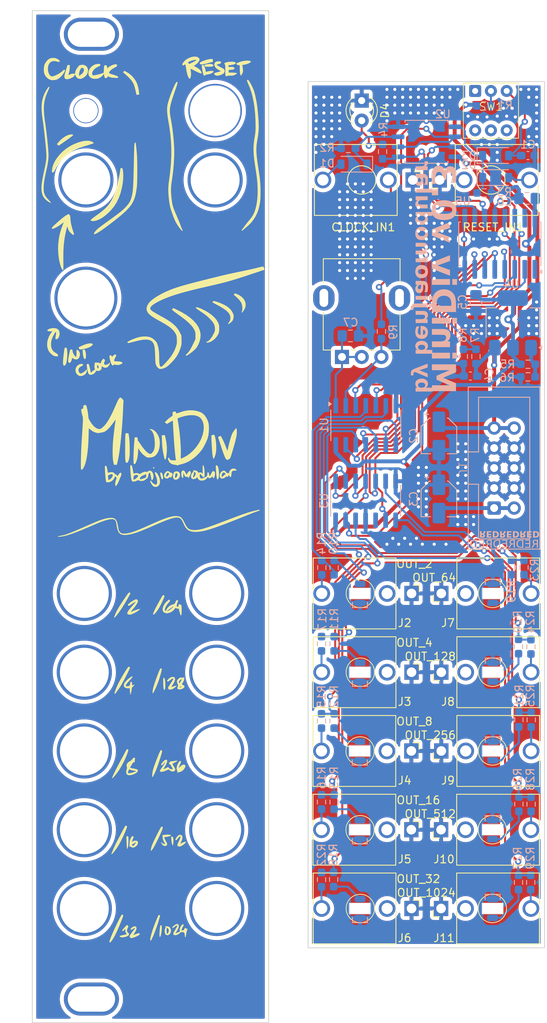
<source format=kicad_pcb>
(kicad_pcb (version 20241229) (generator "pcbnew") (generator_version "9.0")
  (title_block (title "MiniDiv") (rev "v0.3") (company "benjiaomodular"))
  (layers (0 "F.Cu" signal) (2 "B.Cu" signal) (13 "F.Paste" user) (15 "B.Paste" user) (5 "F.SilkS" user "F.Silkscreen") (7 "B.SilkS" user "B.Silkscreen") (1 "F.Mask" user) (3 "B.Mask" user) (25 "Edge.Cuts" user))
  (net 0 "")
  (net 1 "+12V")
  (net 2 "GND")
  (net 3 "Net-(D3-A)")
  (net 4 "Net-(D4-A)")
  (net 5 "+10V")
  (net 6 "Net-(D1-A)")
  (net 7 "Net-(C7-Pad1)")
  (net 8 "-12V")
  (net 9 "Net-(D1-K)")
  (net 10 "Net-(D2-A)")
  (net 11 "Net-(D2-K)")
  (net 13 "Net-(J2-Pad2)")
  (net 14 "Net-(J2-PadT)")
  (net 15 "Net-(J3-Pad2)")
  (net 16 "VREF")
  (net 17 "INT_CLOCK")
  (net 18 "Net-(J3-PadT)")
  (net 22 "Net-(J4-Pad2)")
  (net 23 "Net-(J4-PadT)")
  (net 24 "Net-(J5-PadT)")
  (net 25 "Net-(J5-Pad2)")
  (net 28 "Net-(J6-PadT)")
  (net 29 "Net-(J6-Pad2)")
  (net 31 "Net-(J7-PadT)")
  (net 32 "Net-(J7-Pad2)")
  (net 33 "Net-(J8-Pad2)")
  (net 34 "Net-(J8-PadT)")
  (net 36 "Net-(SW1A-B)")
  (net 37 "Net-(J9-Pad2)")
  (net 38 "/OUT_2")
  (net 39 "/OUT_4")
  (net 40 "/OUT_8")
  (net 41 "/OUT_16")
  (net 42 "/OUT_32")
  (net 43 "/OUT_64")
  (net 44 "/OUT_128")
  (net 45 "/OUT_256")
  (net 50 "Net-(U5-Q2)")
  (net 51 "Net-(U5-Q3)")
  (net 52 "Net-(U5-Q4)")
  (net 53 "Net-(U5-Q0)")
  (net 54 "Net-(U5-Q1)")
  (net 55 "/RESET")
  (net 56 "/CLOCK")
  (net 58 "Net-(U5-Q5)")
  (net 59 "Net-(U5-Q7)")
  (net 60 "Net-(J9-PadT)")
  (net 61 "Net-(U5-Q6)")
  (net 63 "Net-(U4-ADJ)")
  (net 64 "Net-(R9-Pad2)")
  (net 66 "Net-(U5-Q9)")
  (net 67 "/OUT_512")
  (net 68 "Net-(U5-Q8)")
  (net 69 "/OUT_1024")
  (net 72 "Net-(J10-PadT)")
  (net 73 "Net-(J10-Pad2)")
  (net 74 "Net-(J11-Pad2)")
  (net 76 "Net-(J11-PadT)")
  (footprint "benjiaomodular:AudioJack_PJ3001F_0805LED" (layer "F.Cu") (at 106.875 144 90)
    (property "Reference" "J10")
    (property "Value" "OUT_512")
    (fp_rect (start -0.7 5.2) (end 0.7 7.9) (stroke (width 0.05)) (fill no) (layer "Edge.Cuts"))
  )
  (footprint "benjiaomodular:PanelHole_AudioJack_3.5mm" (layer "F.Cu") (at 71.9 144 90)
    (property "Reference" "REF**")
    (property "Value" "PanelHole_AudioJack_3.5mm")
  )
  (footprint "benjiaomodular:AudioJack_PJ3001F_0805LED" (layer "F.Cu") (at 103.125 124 -90)
    (property "Reference" "J3")
    (property "Value" "OUT_4")
    (fp_rect (start -0.7 5.2) (end 0.7 7.9) (stroke (width 0.05)) (fill no) (layer "Edge.Cuts"))
  )
  (footprint "benjiaomodular:AudioJack_PJ3001F_0805LED" (layer "F.Cu") (at 106.875 154 90)
    (property "Reference" "J11")
    (property "Value" "OUT_1024")
    (fp_rect (start -0.7 5.2) (end 0.7 7.9) (stroke (width 0.05)) (fill no) (layer "Edge.Cuts"))
  )
  (footprint "benjiaomodular:PanelHole_AudioJack_3.5mm" (layer "F.Cu") (at 71.9 124 90)
    (property "Reference" "REF**")
    (property "Value" "PanelHole_AudioJack_3.5mm")
  )
  (footprint "benjiaomodular:AudioJack_PJ3001F_0805LED" (layer "F.Cu") (at 106.9 114 90)
    (property "Reference" "J7")
    (property "Value" "OUT_64")
    (fp_rect (start -0.7 5.2) (end 0.7 7.9) (stroke (width 0.05)) (fill no) (layer "Edge.Cuts"))
  )
  (footprint "benjiaomodular:Button_KFC7x7" (layer "F.Cu") (at 113.2 52.7)
    (property "Reference" "SW1")
    (property "Value" "SW_DPDT_x2")
  )
  (footprint "benjiaomodular:AudioJack_PJ3001F_0805LED" (layer "F.Cu") (at 103.125 114 -90)
    (property "Reference" "J2")
    (property "Value" "OUT_2")
    (fp_rect (start -0.7 5.2) (end 0.7 7.9) (stroke (width 0.05)) (fill no) (layer "Edge.Cuts"))
  )
  (footprint "benjiaomodular:PanelHole_AudioJack_3.5mm" (layer "F.Cu") (at 71.9 114 90)
    (property "Reference" "REF**")
    (property "Value" "PanelHole_AudioJack_3.5mm")
  )
  (footprint "LED_THT:LED_D3.0mm" (layer "F.Cu") (at 96.8 51.425 -90)
    (property "Reference" "D4")
    (property "Value" "LED")
  )
  (footprint "benjiaomodular:AudioJack_PJ3001F_0805LED" (layer "F.Cu") (at 106.9 124 90)
    (property "Reference" "J8")
    (property "Value" "OUT_128")
    (fp_rect (start -0.7 5.2) (end 0.7 7.9) (stroke (width 0.05)) (fill no) (layer "Edge.Cuts"))
  )
  (footprint "benjiaomodular:PanelHole_AudioJack_3.5mm" (layer "F.Cu") (at 68.1 154 -90)
    (property "Reference" "REF**")
    (property "Value" "PanelHole_AudioJack_3.5mm")
  )
  (footprint "benjiaomodular:AudioJack_PJ3001F_0805LED" (layer "F.Cu") (at 103.1 144 -90)
    (property "Reference" "J5")
    (property "Value" "OUT_16")
    (fp_rect (start -0.7 5.2) (end 0.7 7.9) (stroke (width 0.05)) (fill no) (layer "Edge.Cuts"))
  )
  (footprint "benjiaomodular:PanelHole_AudioJack_3.5mm" (layer "F.Cu") (at 71.7 61.5 90)
    (property "Reference" "REF**")
    (property "Value" "PanelHole_AudioJack_3.5mm")
  )
  (footprint "benjiaomodular:AudioJack_PJ3001F_0805LED" (layer "F.Cu") (at 103.125 154 -90)
    (property "Reference" "J6")
    (property "Value" "OUT_32")
    (fp_rect (start -0.7 5.2) (end 0.7 7.9) (stroke (width 0.05)) (fill no) (layer "Edge.Cuts"))
  )
  (footprint "LOGO" (layer "F.Cu") (at 70 104.6)
    (property "Reference" "G***" (hide yes))
    (property "Value" "LOGO" (hide yes))
  )
  (footprint "benjiaomodular:PanelHole_Potentiometer_RV09" (layer "F.Cu") (at 59.3 84 90)
    (property "Reference" "REF**" (hide yes))
    (property "Value" "PanelHole_Potentiometer_RV09" (hide yes))
  )
  (footprint "benjiaomodular:PanelHole_AudioJack_3.5mm" (layer "F.Cu") (at 71.9 134 90)
    (property "Reference" "REF**")
    (property "Value" "PanelHole_AudioJack_3.5mm")
  )
  (footprint "benjiaomodular:AudioJack_3.5mm" (layer "F.Cu") (at 103.28 61.5 -90)
    (property "Reference" "CLOCK_IN1")
    (property "Value" "PJ3001F" (hide yes))
  )
  (footprint "benjiaomodular:AudioJack_PJ3001F_0805LED" (layer "F.Cu") (at 103.1 134 -90)
    (property "Reference" "J4")
    (property "Value" "OUT_8")
    (fp_rect (start -0.7 5.2) (end 0.7 7.9) (stroke (width 0.05)) (fill no) (layer "Edge.Cuts"))
  )
  (footprint "benjiaomodular:AudioJack_3.5mm" (layer "F.Cu") (at 106.7 61.5 90)
    (property "Reference" "RESET_IN1")
    (property "Value" "PJ3001F" (hide yes))
  )
  (footprint "benjiaomodular:PanelHole_AudioJack_3.5mm" (layer "F.Cu") (at 68.1 134 -90)
    (property "Reference" "REF**")
    (property "Value" "PanelHole_AudioJack_3.5mm")
  )
  (footprint "benjiaomodular:AudioJack_PJ3001F_0805LED" (layer "F.Cu") (at 106.9 134 90)
    (property "Reference" "J9")
    (property "Value" "OUT_256")
    (fp_rect (start -0.7 5.2) (end 0.7 7.9) (stroke (width 0.05)) (fill no) (layer "Edge.Cuts"))
  )
  (footprint "benjiaomodular:PanelHole_AudioJack_3.5mm" (layer "F.Cu") (at 71.9 154 90)
    (property "Reference" "REF**")
    (property "Value" "PanelHole_AudioJack_3.5mm")
  )
  (footprint "benjiaomodular:PanelHole_AudioJack_3.5mm" (layer "F.Cu") (at 68.3 61.5 -90)
    (property "Reference" "REF**")
    (property "Value" "PanelHole_AudioJack_3.5mm")
  )
  (footprint "benjiaomodular:Panel_6HP" (layer "F.Cu") (at 55 40)
    (property "Reference" "REF**")
    (property "Value" "Panel_6HP")
  )
  (footprint "benjiaomodular:Potentiometer_RV09" (layer "F.Cu") (at 94.3 83.975 90)
    (property "Reference" "RV1" (hide yes))
    (property "Value" "B100k")
  )
  (footprint "benjiaomodular:PanelHole_AudioJack_3.5mm" (layer "F.Cu") (at 68.1 144 -90)
    (property "Reference" "REF**")
    (property "Value" "PanelHole_AudioJack_3.5mm")
  )
  (footprint "benjiaomodular:PanelHole_AudioJack_3.5mm" (layer "F.Cu") (at 68.1 124 -90)
    (property "Reference" "REF**")
    (property "Value" "PanelHole_AudioJack_3.5mm")
  )
  (footprint "benjiaomodular:PanelHole_AudioJack_3.5mm" (layer "F.Cu") (at 68.1 114 -90)
    (property "Reference" "REF**")
    (property "Value" "PanelHole_AudioJack_3.5mm")
  )
  (footprint "Resistor_SMD:R_0603_1608Metric_Pad0.98x0.95mm_HandSolder" (layer "B.Cu") (at 91.7 150.3375 90)
    (property "Reference" "R22")
    (property "Value" "1k")
  )
  (footprint "Capacitor_SMD:C_0805_2012Metric_Pad1.18x1.45mm_HandSolder" (layer "B.Cu") (at 111.3 77.1 -90)
    (property "Reference" "C5")
    (property "Value" "10uF")
  )
  (footprint "Capacitor_SMD:C_0603_1608Metric_Pad1.08x0.95mm_HandSolder" (layer "B.Cu") (at 110.6 86.4 180)
    (property "Reference" "C4")
    (property "Value" "100nF")
  )
  (footprint "Resistor_SMD:R_0603_1608Metric_Pad0.98x0.95mm_HandSolder" (layer "B.Cu") (at 91.7 120.3875 90)
    (property "Reference" "R17")
    (property "Value" "1k")
  )
  (footprint "Diode_SMD:D_SOD-123" (layer "B.Cu") (at 113.8 58.4)
    (property "Reference" "D3")
    (property "Value" "1N4148")
  )
  (footprint "benjiaomodular:Header_IDC2x05_NoArrow" (layer "B.Cu") (at 113.61 103.16)
    (property "Reference" "J1")
    (property "Value" "Conn_01x10_Pin")
  )
  (footprint "Resistor_SMD:R_0603_1608Metric_Pad0.98x0.95mm_HandSolder" (layer "B.Cu") (at 109.7 83.9125 90)
    (property "Reference" "R8")
    (property "Value" "33k")
  )
  (footprint "Resistor_SMD:R_0603_1608Metric_Pad0.98x0.95mm_HandSolder" (layer "B.Cu") (at 99.3 80.7375 -90)
    (property "Reference" "R9")
    (property "Value" "1k")
  )
  (footprint "Capacitor_SMD:CP_Elec_4x3.9" (layer "B.Cu") (at 106.6 94 -90)
    (property "Reference" "C2")
    (property "Value" "22uF")
  )
  (footprint "Resistor_SMD:R_0603_1608Metric_Pad0.98x0.95mm_HandSolder" (layer "B.Cu") (at 95.1 57.5)
    (property "Reference" "R2")
    (property "Value" "100k")
  )
  (footprint "Resistor_SMD:R_0603_1608Metric_Pad0.98x0.95mm_HandSolder" (layer "B.Cu") (at 99.45 57.9 90)
    (property "Reference" "R4")
    (property "Value" "10k")
  )
  (footprint "Resistor_SMD:R_0603_1608Metric_Pad0.98x0.95mm_HandSolder" (layer "B.Cu") (at 118.31 130.0425 90)
    (property "Reference" "R25")
    (property "Value" "1k")
  )
  (footprint "Resistor_SMD:R_0603_1608Metric_Pad0.98x0.95mm_HandSolder" (layer "B.Cu") (at 91.7 130.1875 90)
    (property "Reference" "R15")
    (property "Value" "1k")
  )
  (footprint "Resistor_SMD:R_0603_1608Metric_Pad0.98x0.95mm_HandSolder" (layer "B.Cu") (at 93.3 140.4875 -90)
    (property "Reference" "R13")
    (property "Value" "4.7k")
  )
  (footprint "Resistor_SMD:R_0603_1608Metric_Pad0.98x0.95mm_HandSolder" (layer "B.Cu") (at 93.24 150.3125 -90)
    (property "Reference" "R18")
    (property "Value" "4.7k")
  )
  (footprint "Capacitor_SMD:CP_Elec_4x3.9" (layer "B.Cu") (at 106.6 102 -90)
    (property "Reference" "C3")
    (property "Value" "22uF")
  )
  (footprint "Diode_SMD:D_SOD-123" (layer "B.Cu") (at 113.8 61.2)
    (property "Reference" "D2")
    (property "Value" "1N4148")
  )
  (footprint "Resistor_SMD:R_0603_1608Metric_Pad0.98x0.95mm_HandSolder" (layer "B.Cu") (at 112.35 63.15 180)
    (property "Reference" "R3")
    (property "Value" "100k")
  )
  (footprint "Resistor_SMD:R_0603_1608Metric_Pad0.98x0.95mm_HandSolder" (layer "B.Cu") (at 117.9 86.5 180)
    (property "Reference" "R6")
    (property "Value" "3.3k")
  )
  (footprint "Capacitor_SMD:C_0603_1608Metric_Pad1.08x0.95mm_HandSolder" (layer "B.Cu") (at 117.9 58.4)
    (property "Reference" "C1")
    (property "Value" "100nF")
  )
  (footprint "Resistor_SMD:R_0603_1608Metric_Pad0.98x0.95mm_HandSolder" (layer "B.Cu") (at 91.74 110.72 90)
    (property "Reference" "R14")
    (property "Value" "1k")
  )
  (footprint "Resistor_SMD:R_0603_1608Metric_Pad0.98x0.95mm_HandSolder" (layer "B.Cu") (at 93.3 130.1875 -90)
    (property "Reference" "R12")
    (property "Value" "4.7k")
  )
  (footprint "Resistor_SMD:R_0603_1608Metric_Pad0.98x0.95mm_HandSolder" (layer "B.Cu") (at 111.3 83.9125 -90)
    (property "Reference" "R7")
    (property "Value" "100k")
  )
  (footprint "Resistor_SMD:R_0603_1608Metric_Pad0.98x0.95mm_HandSolder" (layer "B.Cu") (at 93.3 120.3875 -90)
    (property "Reference" "R11")
    (property "Value" "4.7k")
  )
  (footprint "Package_SO:SOIC-8_5.23x5.23mm_P1.27mm" (layer "B.Cu") (at 105.025 56.655)
    (property "Reference" "U2")
    (property "Value" "LM358")
  )
  (footprint "Resistor_SMD:R_0603_1608Metric_Pad0.98x0.95mm_HandSolder" (layer "B.Cu") (at 118.28 120.775 90)
    (property "Reference" "R24")
    (property "Value" "1k")
  )
  (footprint "Resistor_SMD:R_0603_1608Metric_Pad0.98x0.95mm_HandSolder" (layer "B.Cu") (at 115.8 110.7 -90)
    (property "Reference" "R19")
    (property "Value" "4.7k")
  )
  (footprint "Package_TO_SOT_SMD:SOT-223-3_TabPin2" (layer "B.Cu") (at 116 79.65 90)
    (property "Reference" "U4")
    (property "Value" "LM317_SOT-223")
  )
  (footprint "Resistor_SMD:R_0603_1608Metric_Pad0.98x0.95mm_HandSolder" (layer "B.Cu") (at 93.3 110.72 90)
    (property "Reference" "R10")
    (property "Value" "4.7k")
  )
  (footprint "Capacitor_SMD:C_0805_2012Metric_Pad1.18x1.45mm_HandSolder" (layer "B.Cu") (at 95.3625 81.3)
    (property "Reference" "C7")
    (property "Value" "10uF")
  )
  (footprint "Package_SO:SOIC-14_3.9x8.7mm_P1.27mm" (layer "B.Cu") (at 97.3 102.225 -90)
    (property "Reference" "U3")
    (property "Value" "40106")
  )
  (footprint "Diode_SMD:D_SOD-123" (layer "B.Cu") (at 95.825 59.5 180)
    (property "Reference" "D1")
    (property "Value" "1N4148")
  )
  (footprint "Resistor_SMD:R_0603_1608Metric_Pad0.98x0.95mm_HandSolder" (layer "B.Cu") (at 116.7 120.7375 -90)
    (property "Reference" "R20")
    (property "Value" "4.7k")
  )
  (footprint "Package_SO:SOIC-16W_5.3x10.2mm_P1.27mm" (layer "B.Cu") (at 114.325 69.6 90)
    (property "Reference" "U5")
    (property "Value" "CD4040BNSR")
  )
  (footprint "Resistor_SMD:R_0603_1608Metric_Pad0.98x0.95mm_HandSolder" (layer "B.Cu") (at 117.4 110.7 90)
    (property "Reference" "R23")
    (property "Value" "1k")
  )
  (footprint "Resistor_SMD:R_0603_1608Metric_Pad0.98x0.95mm_HandSolder" (layer "B.Cu") (at 91.7 140.475 90)
    (property "Reference" "R16")
    (property "Value" "1k")
  )
  (footprint "Capacitor_SMD:C_0805_2012Metric_Pad1.18x1.45mm_HandSolder" (layer "B.Cu") (at 117.7875 63.85 180)
    (property "Reference" "C6")
    (property "Value" "4.7uF")
  )
  (footprint "Resistor_SMD:R_0603_1608Metric_Pad0.98x0.95mm_HandSolder" (layer "B.Cu") (at 116.7 150.6875 -90)
    (property "Reference" "R27")
    (property "Value" "4.7k")
  )
  (footprint "Resistor_SMD:R_0603_1608Metric_Pad0.98x0.95mm_HandSolder" (layer "B.Cu") (at 112.3 52.1)
    (property "Reference" "R1")
    (property "Value" "10k")
  )
  (footprint "Resistor_SMD:R_0603_1608Metric_Pad0.98x0.95mm_HandSolder" (layer "B.Cu") (at 118.3 140.7625 90)
    (property "Reference" "R28")
    (property "Value" "1k")
  )
  (footprint "Resistor_SMD:R_0603_1608Metric_Pad0.98x0.95mm_HandSolder" (layer "B.Cu") (at 116.75 140.75 -90)
    (property "Reference" "R26")
    (property "Value" "4.7k")
  )
  (footprint "Resistor_SMD:R_0603_1608Metric_Pad0.98x0.95mm_HandSolder" (layer "B.Cu") (at 116.75 130.03 -90)
    (property "Reference" "R21")
    (property "Value" "4.7k")
  )
  (footprint "Resistor_SMD:R_0603_1608Metric_Pad0.98x0.95mm_HandSolder" (layer "B.Cu") (at 118.25 150.6875 90)
    (property "Reference" "R29")
    (property "Value" "1k")
  )
  (footprint "Package_SO:SOIC-14_3.9x8.7mm_P1.27mm" (layer "B.Cu") (at 97.32 92.645 -90)
    (property "Reference" "U1")
    (property "Value" "40106")
  )
  (footprint "Resistor_SMD:R_0603_1608Metric_Pad0.98x0.95mm_HandSolder" (layer "B.Cu") (at 117.9 84.9)
    (property "Reference" "R5")
    (property "Value" "470")
  )
  (gr_rect (start 90 49) (end 120 159) (stroke (width 0.1)) (fill no) (layer "Edge.Cuts"))
  (gr_rect (start 55 40) (end 85 168.5) (stroke (width 0.1)) (fill no) (layer "Edge.Cuts"))
  (gr_text "REDREDRED" (at 119.3 108.37 0) (layer "B.SilkS") (effects (font (size 1 1)) (justify left bottom mirror)))
  (gr_text "MiniDiv v0.3" (at 105.2 88.7 270) (layer "B.SilkS") (effects (font (size 3 3) (thickness 0.6) (bold yes)) (justify left bottom mirror)))
  (gr_text "by benjiaomodular" (at 103.3 88.6 270) (layer "B.SilkS") (effects (font (size 2 2) (thickness 0.4) (bold yes)) (justify left bottom mirror)))
  (via (at 61.8 52.7) (size 3.2) (drill 3) (layers "F.Cu" "B.Cu") (net 0))
  (via (at 78.2 52.7) (size 6.8) (drill 6.4) (layers "F.Cu" "B.Cu") (net 0))
  (segment (start 116.85 77.7) (end 116.85 80.15) (width 0.5) (layer "F.Cu") (net 1))
  (segment (start 108.6 56.45) (end 110.85 58.7) (width 0.5) (layer "F.Cu") (net 1))
  (segment (start 108.6 53.35) (end 108.6 56.45) (width 0.5) (layer "F.Cu") (net 1))
  (segment (start 113.61 83.39) (end 113.61 85.01) (width 0.5) (layer "F.Cu") (net 1))
  (segment (start 116.85 80.15) (end 113.61 83.39) (width 0.5) (layer "F.Cu") (net 1))
  (segment (start 112.1 58.7) (end 119.1 65.7) (width 0.5) (layer "F.Cu") (net 1))
  (segment (start 119.1 65.7) (end 119.1 75.45) (width 0.5) (layer "F.Cu") (net 1))
  (segment (start 110 51.95) (end 108.6 53.35) (width 0.5) (layer "F.Cu") (net 1))
  (segment (start 110.85 58.7) (end 112.1 58.7) (width 0.5) (layer "F.Cu") (net 1))
  (segment (start 119.1 75.45) (end 116.85 77.7) (width 0.5) (layer "F.Cu") (net 1))
  (segment (start 113.61 85.01) (end 113.61 93) (width 0.5) (layer "F.Cu") (net 1))
  (via (at 113.61 85.01) (size 0.8) (drill 0.4) (layers "F.Cu" "B.Cu") (net 1))
  (via (at 110 51.95) (size 0.8) (drill 0.4) (layers "F.Cu" "B.Cu") (net 1))
  (segment (start 106.6 92.2) (end 107.4 93) (width 0.5) (layer "B.Cu") (net 1))
  (segment (start 111.675 84.825) (end 113.7 82.8) (width 0.5) (layer "B.Cu") (net 1))
  (segment (start 110 51.95) (end 111.2375 51.95) (width 0.5) (layer "B.Cu") (net 1))
  (segment (start 113.7 84.92) (end 113.7 82.8) (width 0.5) (layer "B.Cu") (net 1))
  (segment (start 116.15 93) (end 113.61 93) (width 0.5) (layer "B.Cu") (net 1))
  (segment (start 111.3 86.2375) (end 111.4625 86.4) (width 0.5) (layer "B.Cu") (net 1))
  (segment (start 107.4 93) (end 113.61 93) (width 0.5) (layer "B.Cu") (net 1))
  (segment (start 113.61 85.01) (end 113.7 84.92) (width 0.5) (layer "B.Cu") (net 1))
  (segment (start 111.3 84.825) (end 111.3 86.2375) (width 0.5) (layer "B.Cu") (net 1))
  (segment (start 111.3 84.825) (end 111.675 84.825) (width 0.5) (layer "B.Cu") (net 1))
  (segment (start 111.2375 51.95) (end 111.3875 52.1) (width 0.5) (layer "B.Cu") (net 1))
  (via (at 103 52) (size 0.8) (drill 0.4) (layers "F.Cu" "B.Cu") (net 2))
  (via (at 116.3 53.5) (size 0.8) (drill 0.4) (layers "F.Cu" "B.Cu") (net 2))
  (via (at 105 70) (size 0.8) (drill 0.4) (layers "F.Cu" "B.Cu") (net 2))
  (via (at 118 56) (size 0.8) (drill 0.4) (layers "F.Cu" "B.Cu") (net 2))
  (via (at 119 55) (size 0.8) (drill 0.4) (layers "F.Cu" "B.Cu") (net 2))
  (via (at 104 65) (size 0.8) (drill 0.4) (layers "F.Cu" "B.Cu") (net 2))
  (via (at 113 69) (size 0.8) (drill 0.4) (layers "F.Cu" "B.Cu") (net 2))
  (via (at 114 69) (size 0.8) (drill 0.4) (layers "F.Cu" "B.Cu") (net 2))
  (via (at 104.5 107.75) (size 0.8) (drill 0.4) (layers "F.Cu" "B.Cu") (net 2))
  (via (at 102 52) (size 0.8) (drill 0.4) (layers "F.Cu" "B.Cu") (net 2))
  (via (at 100 53) (size 0.8) (drill 0.4) (layers "F.Cu" "B.Cu") (net 2))
  (via (at 103.75 107) (size 0.8) (drill 0.4) (layers "F.Cu" "B.Cu") (net 2))
  (via (at 107 52) (size 0.8) (drill 0.4) (layers "F.Cu" "B.Cu") (net 2))
  (via (at 102.25 107) (size 0.8) (drill 0.4) (layers "F.Cu" "B.Cu") (net 2))
  (via (at 114.8 52.4) (size 0.8) (drill 0.4) (layers "F.Cu" "B.Cu") (net 2))
  (via (at 91 52) (size 0.8) (drill 0.4) (layers "F.Cu" "B.Cu") (net 2))
  (via (at 97 74) (size 0.8) (drill 0.4) (layers "F.Cu" "B.Cu") (net 2))
  (via (at 98 71) (size 0.8) (drill 0.4) (layers "F.Cu" "B.Cu") (net 2))
  (via (at 96 64) (size 0.8) (drill 0.4) (layers "F.Cu" "B.Cu") (net 2))
  (via (at 105 66) (size 0.8) (drill 0.4) (layers "F.Cu" "B.Cu") (net 2))
  (via (at 118 81) (size 0.8) (drill 0.4) (layers "F.Cu" "B.Cu") (net 2))
  (via (at 102 53) (size 0.8) (drill 0.4) (layers "F.Cu" "B.Cu") (net 2))
  (via (at 95 73) (size 0.8) (drill 0.4) (layers "F.Cu" "B.Cu") (net 2))
  (via (at 111 105.25) (size 0.8) (drill 0.4) (layers "F.Cu" "B.Cu") (net 2))
  (via (at 104 51) (size 0.8) (drill 0.4) (layers "F.Cu" "B.Cu") (net 2))
  (via (at 108 51) (size 0.8) (drill 0.4) (layers "F.Cu" "B.Cu") (net 2))
  (via (at 107 67) (size 0.8) (drill 0.4) (layers "F.Cu" "B.Cu") (net 2))
  (via (at 91 55) (size 0.8) (drill 0.4) (layers "F.Cu" "B.Cu") (net 2))
  (via (at 106 73) (size 0.8) (drill 0.4) (layers "F.Cu" "B.Cu") (net 2))
  (via (at 106 107.75) (size 0.8) (drill 0.4) (layers "F.Cu" "B.Cu") (net 2))
  (via (at 95 66) (size 0.8) (drill 0.4) (layers "F.Cu" "B.Cu") (net 2))
  (via (at 110 102) (size 0.8) (drill 0.4) (layers "F.Cu" "B.Cu") (net 2))
  (via (at 104 68) (size 0.8) (drill 0.4) (layers "F.Cu" "B.Cu") (net 2))
  (via (at 119 57) (size 0.8) (drill 0.4) (layers "F.Cu" "B.Cu") (net 2))
  (via (at 94 52) (size 0.8) (drill 0.4) (layers "F.Cu" "B.Cu") (net 2))
  (via (at 111 104.25) (size 0.8) (drill 0.4) (layers "F.Cu" "B.Cu") (net 2))
  (via (at 94 69) (size 0.8) (drill 0.4) (layers "F.Cu" "B.Cu") (net 2))
  (via (at 98 63) (size 0.8) (drill 0.4) (layers "F.Cu" "B.Cu") (net 2))
  (via (at 98 64) (size 0.8) (drill 0.4) (layers "F.Cu" "B.Cu") (net 2))
  (via (at 101.5 107.75) (size 0.8) (drill 0.4) (layers "F.Cu" "B.Cu") (net 2))
  (via (at 119 51) (size 0.8) (drill 0.4) (layers "F.Cu" "B.Cu") (net 2))
  (via (at 113 80) (size 0.8) (drill 0.4) (layers "F.Cu" "B.Cu") (net 2))
  (via (at 95 72) (size 0.8) (drill 0.4) (layers "F.Cu" "B.Cu") (net 2))
  (via (at 109 99) (size 0.8) (drill 0.4) (layers "F.Cu" "B.Cu") (net 2))
  (via (at 100 54) (size 0.8) (drill 0.4) (layers "F.Cu" "B.Cu") (net 2))
  (via (at 94 51) (size 0.8) (drill 0.4) (layers "F.Cu" "B.Cu") (net 2))
  (via (at 97 73) (size 0.8) (drill 0.4) (layers "F.Cu" "B.Cu") (net 2))
  (via (at 110 101) (size 0.8) (drill 0.4) (layers "F.Cu" "B.Cu") (net 2))
  (via (at 107 53) (size 0.8) (drill 0.4) (layers "F.Cu" "B.Cu") (net 2))
  (via (at 114 53.4) (size 0.8) (drill 0.4) (layers "F.Cu" "B.Cu") (net 2))
  (via (at 109 98) (size 0.8) (drill 0.4) (layers "F.Cu" "B.Cu") (net 2))
  (via (at 113 57) (size 0.8) (drill 0.4) (layers "F.Cu" "B.Cu") (net 2))
  (via (at 107.5 59.5) (size 0.8) (drill 0.4) (layers "F.Cu" "B.Cu") (net 2))
  (via (at 110 98) (size 0.8) (drill 0.4) (layers "F.Cu" "B.Cu") (net 2))
  (via (at 100 52) (size 0.8) (drill 0.4) (layers "F.Cu" "B.Cu") (net 2))
  (via (at 94 65) (size 0.8) (drill 0.4) (layers "F.Cu" "B.Cu") (net 2))
  (via (at 107 50) (size 0.8) (drill 0.4) (layers "F.Cu" "B.Cu") (net 2))
  (via (at 110 99) (size 0.8) (drill 0.4) (layers "F.Cu" "B.Cu") (net 2))
  (via (at 96 72) (size 0.8) (drill 0.4) (layers "F.Cu" "B.Cu") (net 2))
  (via (at 106 68) (size 0.8) (drill 0.4) (layers "F.Cu" "B.Cu") (net 2))
  (via (at 94 67) (size 0.8) (drill 0.4) (layers "F.Cu" "B.Cu") (net 2))
  (via (at 92 57) (size 0.8) (drill 0.4) (layers "F.Cu" "B.Cu") (net 2))
  (via (at 95 67) (size 0.8) (drill 0.4) (layers "F.Cu" "B.Cu") (net 2))
  (via (at 106.5 59.5) (size 0.8) (drill 0.4) (layers "F.Cu" "B.Cu") (net 2))
  (via (at 96 71) (size 0.8) (drill 0.4) (layers "F.Cu" "B.Cu") (net 2))
  (via (at 104 100) (size 0.8) (drill 0.4) (layers "F.Cu" "B.Cu") (net 2))
  (via (at 110 96) (size 0.8) (drill 0.4) (layers "F.Cu" "B.Cu") (net 2))
  (via (at 107.5 107.75) (size 0.8) (drill 0.4) (layers "F.Cu" "B.Cu") (net 2))
  (via (at 94 70) (size 0.8) (drill 0.4) (layers "F.Cu" "B.Cu") (net 2))
  (via (at 96 73) (size 0.8) (drill 0.4) (layers "F.Cu" "B.Cu") (net 2))
  (via (at 101 53) (size 0.8) (drill 0.4) (layers "F.Cu" "B.Cu") (net 2))
  (via (at 97 64) (size 0.8) (drill 0.4) (layers "F.Cu" "B.Cu") (net 2))
  (via (at 108 67) (size 0.8) (drill 0.4) (layers "F.Cu" "B.Cu") (net 2))
  (via (at 95 65) (size 0.8) (drill 0.4) (layers "F.Cu" "B.Cu") (net 2))
  (via (at 109 102) (size 0.8) (drill 0.4) (layers "F.Cu" "B.Cu") (net 2))
  (via (at 91 56) (size 0.8) (drill 0.4) (layers "F.Cu" "B.Cu") (net 2))
  (via (at 94 72) (size 0.8) (drill 0.4) (layers "F.Cu" "B.Cu") (net 2))
  (via (at 106 53) (size 0.8) (drill 0.4) (layers "F.Cu" "B.Cu") (net 2))
  (via (at 97 66) (size 0.8) (drill 0.4) (layers "F.Cu" "B.Cu") (net 2))
  (via (at 97 71) (size 0.8) (drill 0.4) (layers "F.Cu" "B.Cu") (net 2))
  (via (at 91 54) (size 0.8) (drill 0.4) (layers "F.Cu" "B.Cu") (net 2))
  (via (at 94 68) (size 0.8) (drill 0.4) (layers "F.Cu" "B.Cu") (net 2))
  (via (at 92 54) (size 0.8) (drill 0.4) (layers "F.Cu" "B.Cu") (net 2))
  (via (at 103 53) (size 0.8) (drill 0.4) (layers "F.Cu" "B.Cu") (net 2))
  (via (at 93 56) (size 0.8) (drill 0.4) (layers "F.Cu" "B.Cu") (net 2))
  (via (at 98 72) (size 0.8) (drill 0.4) (layers "F.Cu" "B.Cu") (net 2))
  (via (at 106 72) (size 0.8) (drill 0.4) (layers "F.Cu" "B.Cu") (net 2))
  (via (at 105 99) (size 0.8) (drill 0.4) (layers "F.Cu" "B.Cu") (net 2))
  (via (at 119 52) (size 0.8) (drill 0.4) (layers "F.Cu" "B.Cu") (net 2))
  (via (at 105 69) (size 0.8) (drill 0.4) (layers "F.Cu" "B.Cu") (net 2))
  (via (at 118 51) (size 0.8) (drill 0.4) (layers "F.Cu" "B.Cu") (net 2))
  (via (at 110 95) (size 0.8) (drill 0.4) (layers "F.Cu" "B.Cu") (net 2))
  (via (at 111.5 53.5) (size 0.8) (drill 0.4) (layers "F.Cu" "B.Cu") (net 2))
  (via (at 104 52) (size 0.8) (drill 0.4) (layers "F.Cu" "B.Cu") (net 2))
  (via (at 110 105.25) (size 0.8) (drill 0.4) (layers "F.Cu" "B.Cu") (net 2))
  (via (at 103 107.75) (size 0.8) (drill 0.4) (layers "F.Cu" "B.Cu") (net 2))
  (via (at 98 69) (size 0.8) (drill 0.4) (layers "F.Cu" "B.Cu") (net 2))
  (via (at 101 51) (size 0.8) (drill 0.4) (layers "F.Cu" "B.Cu") (net 2))
  (via (at 109 101) (size 0.8) (drill 0.4) (layers "F.Cu" "B.Cu") (net 2))
  (via (at 109 104.25) (size 0.8) (drill 0.4) (layers "F.Cu" "B.Cu") (net 2))
  (via (at 94 53) (size 0.8) (drill 0.4) (layers "F.Cu" "B.Cu") (net 2))
  (via (at 105 103) (size 0.8) (drill 0.4) (layers "F.Cu" "B.Cu") (net 2))
  (via (at 96 66) (size 0.8) (drill 0.4) (layers "F.Cu" "B.Cu") (net 2))
  (via (at 106 70) (size 0.8) (drill 0.4) (layers "F.Cu" "B.Cu") (net 2))
  (via (at 107 68) (size 0.8) (drill 0.4) (layers "F.Cu" "B.Cu") (net 2))
  (via (at 106 71) (size 0.8) (drill 0.4) (layers "F.Cu" "B.Cu") (net 2))
  (via (at 97 62) (size 0.8) (drill 0.4) (layers "F.Cu" "B.Cu") (net 2))
  (via (at 105 52) (size 0.8) (drill 0.4) (layers "F.Cu" "B.Cu") (net 2))
  (via (at 118 57) (size 0.8) (drill 0.4) (layers "F.Cu" "B.Cu") (net 2))
  (via (at 97 67) (size 0.8) (drill 0.4) (layers "F.Cu" "B.Cu") (net 2))
  (via (at 118 80) (size 0.8) (drill 0.4) (layers "F.Cu" "B.Cu") (net 2))
  (via (at 100 51) (size 0.8) (drill 0.4) (layers "F.Cu" "B.Cu") (net 2))
  (via (at 103 64) (size 0.8) (drill 0.4) (layers "F.Cu" "B.Cu") (net 2))
  (via (at 98 73) (size 0.8) (drill 0.4) (layers "F.Cu" "B.Cu") (net 2))
  (via (at 97 65) (size 0.8) (drill 0.4) (layers "F.Cu" "B.Cu") (net 2))
  (via (at 103 65) (size 0.8) (drill 0.4) (layers "F.Cu" "B.Cu") (net 2))
  (via (at 115.9 52.4) (size 0.8) (drill 0.4) (layers "F.Cu" "B.Cu") (net 2))
  (via (at 92 53) (size 0.8) (drill 0.4) (layers "F.Cu" "B.Cu") (net 2))
  (via (at 105 68) (size 0.8) (drill 0.4) (layers "F.Cu" "B.Cu") (net 2))
  (via (at 95 64) (size 0.8) (drill 0.4) (layers "F.Cu" "B.Cu") (net 2))
  (via (at 109 95) (size 0.8) (drill 0.4) (layers "F.Cu" "B.Cu") (net 2))
  (via (at 105 102) (size 0.8) (drill 0.4) (layers "F.Cu" "B.Cu") (net 2))
  (via (at 96 74) (size 0.8) (drill 0.4) (layers "F.Cu" "B.Cu") (net 2))
  (via (at 106 69) (size 0.8) (drill 0.4) (layers "F.Cu" "B.Cu") (net 2))
  (via (at 97 69) (size 0.8) (drill 0.4) (layers "F.Cu" "B.Cu") (net 2))
  (via (at 104 98) (size 0.8) (drill 0.4) (layers "F.Cu" "B.Cu") (net 2))
  (via (at 119 56) (size 0.8) (drill 0.4) (layers "F.Cu" "B.Cu") (net 2))
  (via (at 100 50) (size 0.8) (drill 0.4) (layers "F.Cu" "B.Cu") (net 2))
  (via (at 119 78) (size 0.8) (drill 0.4) (layers "F.Cu" "B.Cu") (net 2))
  (via (at 93 53) (size 0.8) (drill 0.4) (layers "F.Cu" "B.Cu") (net 2))
  (via (at 108 69) (size 0.8) (drill 0.4) (layers "F.Cu" "B.Cu") (net 2))
  (via (at 112 81) (size 0.8) (drill 0.4) (layers "F.Cu" "B.Cu") (net 2))
  (via (at 95 68) (size 0.8) (drill 0.4) (layers "F.Cu" "B.Cu") (net 2))
  (via (at 93 52) (size 0.8) (drill 0.4) (layers "F.Cu" "B.Cu") (net 2))
  (via (at 93 51) (size 0.8) (drill 0.4) (layers "F.Cu" "B.Cu") (net 2))
  (via (at 92 51) (size 0.8) (drill 0.4) (layers "F.Cu" "B.Cu") (net 2))
  (via (at 114 59) (size 0.8) (drill 0.4) (layers "F.Cu" "B.Cu") (net 2))
  (via (at 109 97) (size 0.8) (drill 0.4) (layers "F.Cu" "B.Cu") (net 2))
  (via (at 104 53) (size 0.8) (drill 0.4) (layers "F.Cu" "B.Cu") (net 2))
  (via (at 104 101) (size 0.8) (drill 0.4) (layers "F.Cu" "B.Cu") (net 2))
  (via (at 94 64) (size 0.8) (drill 0.4) (layers "F.Cu" "B.Cu") (net 2))
  (via (at 98 70) (size 0.8) (drill 0.4) (layers "F.Cu" "B.Cu") (net 2))
  (via (at 107 70) (size 0.8) (drill 0.4) (layers "F.Cu" "B.Cu") (net 2))
  (via (at 105 51) (size 0.8) (drill 0.4) (layers "F.Cu" "B.Cu") (net 2))
  (via (at 103 50) (size 0.8) (drill 0.4) (layers "F.Cu" "B.Cu") (net 2))
  (via (at 105 67) (size 0.8) (drill 0.4) (layers "F.Cu" "B.Cu") (net 2))
  (via (at 110 100) (size 0.8) (drill 0.4) (layers "F.Cu" "B.Cu") (net 2))
  (via (at 91 57) (size 0.8) (drill 0.4) (layers "F.Cu" "B.Cu") (net 2))
  (via (at 104 102) (size 0.8) (drill 0.4) (layers "F.Cu" "B.Cu") (net 2))
  (via (at 104 103) (size 0.8) (drill 0.4) (layers "F.Cu" "B.Cu") (net 2))
  (via (at 110.3 53.4) (size 0.8) (drill 0.4) (layers "F.Cu" "B.Cu") (net 2))
  (via (at 107 51) (size 0.8) (drill 0.4) (layers "F.Cu" "B.Cu") (net 2))
  (via (at 109 100) (size 0.8) (drill 0.4) (layers "F.Cu" "B.Cu") (net 2))
  (via (at 106 52) (size 0.8) (drill 0.4) (layers "F.Cu" "B.Cu") (net 2))
  (via (at 96 69) (size 0.8) (drill 0.4) (layers "F.Cu" "B.Cu") (net 2))
  (via (at 101 50) (size 0.8) (drill 0.4) (layers "F.Cu" "B.Cu") (net 2))
  (via (at 91 58) (size 0.8) (drill 0.4) (layers "F.Cu" "B.Cu") (net 2))
  (via (at 102 51) (size 0.8) (drill 0.4) (layers "F.Cu" "B.Cu") (net 2))
  (via (at 94 71) (size 0.8) (drill 0.4) (layers "F.Cu" "B.Cu") (net 2))
  (via (at 96 62) (size 0.8) (drill 0.4) (layers "F.Cu" "B.Cu") (net 2))
  (via (at 94 55) (size 0.8) (drill 0.4) (layers "F.Cu" "B.Cu") (net 2))
  (via (at 110 80) (size 0.8) (drill 0.4) (layers "F.Cu" "B.Cu") (net 2))
  (via (at 93 55) (size 0.8) (drill 0.4) (layers "F.Cu" "B.Cu") (net 2))
  (via (at 114 79) (size 0.8) (drill 0.4) (layers "F.Cu" "B.Cu") (net 2))
  (via (at 104 66) (size 0.8) (drill 0.4) (layers "F.Cu" "B.Cu") (net 2))
  (via (at 92 56) (size 0.8) (drill 0.4) (layers "F.Cu" "B.Cu") (net 2))
  (via (at 119 80) (size 0.8) (drill 0.4) (layers "F.Cu" "B.Cu") (net 2))
  (via (at 106 50) (size 0.8) (drill 0.4) (layers "F.Cu" "B.Cu") (net 2))
  (via (at 91 53) (size 0.8) (drill 0.4) (layers "F.Cu" "B.Cu") (net 2))
  (via (at 104 50) (size 0.8) (drill 0.4) (layers "F.Cu" "B.Cu") (net 2))
  (via (at 96 70) (size 0.8) (drill 0.4) (layers "F.Cu" "B.Cu") (net 2))
  (via (at 114 58) (size 0.8) (drill 0.4) (layers "F.Cu" "B.Cu") (net 2))
  (via (at 119 50) (size 0.8) (drill 0.4) (layers "F.Cu" "B.Cu") (net 2))
  (via (at 108 68) (size 0.8) (drill 0.4) (layers "F.Cu" "B.Cu") (net 2))
  (via (at 95 70) (size 0.8) (drill 0.4) (layers "F.Cu" "B.Cu") (net 2))
  (via (at 111 69) (size 0.8) (drill 0.4) (layers "F.Cu" "B.Cu") (net 2))
  (via (at 111 80) (size 0.8) (drill 0.4) (layers "F.Cu" "B.Cu") (net 2))
  (via (at 105 54) (size 0.8) (drill 0.4) (layers "F.Cu" "B.Cu") (net 2))
  (via (at 95 74) (size 0.8) (drill 0.4) (layers "F.Cu" "B.Cu") (net 2))
  (via (at 112 57) (size 0.8) (drill 0.4) (layers "F.Cu" "B.Cu") (net 2))
  (via (at 105 100) (size 0.8) (drill 0.4) (layers "F.Cu" "B.Cu") (net 2))
  (via (at 98 65) (size 0.8) (drill 0.4) (layers "F.Cu" "B.Cu") (net 2))
  (via (at 97 68) (size 0.8) (drill 0.4) (layers "F.Cu" "B.Cu") (net 2))
  (via (at 104 67) (size 0.8) (drill 0.4) (layers "F.Cu" "B.Cu") (net 2))
  (via (at 104 99) (size 0.8) (drill 0.4) (layers "F.Cu" "B.Cu") (net 2))
  (via (at 94 73) (size 0.8) (drill 0.4) (layers "F.Cu" "B.Cu") (net 2))
  (via (at 106 67) (size 0.8) (drill 0.4) (layers "F.Cu" "B.Cu") (net 2))
  (via (at 105 98) (size 0.8) (drill 0.4) (layers "F.Cu" "B.Cu") (net 2))
  (via (at 103 66) (size 0.8) (drill 0.4) (layers "F.Cu" "B.Cu") (net 2))
  (via (at 94 63) (size 0.8) (drill 0.4) (layers "F.Cu" "B.Cu") (net 2))
  (via (at 111 81) (size 0.8) (drill 0.4) (layers "F.Cu" "B.Cu") (net 2))
  (via (at 103 51) (size 0.8) (drill 0.4) (layers "F.Cu" "B.Cu") (net 2))
  (via (at 103 67) (size 0.8) (drill 0.4) (layers "F.Cu" "B.Cu") (net 2))
  (via (at 119 53) (size 0.8) (drill 0.4) (layers "F.Cu" "B.Cu") (net 2))
  (via (at 95 69) (size 0.8) (drill 0.4) (layers "F.Cu" "B.Cu") (net 2))
  (via (at 101 52) (size 0.8) (drill 0.4) (layers "F.Cu" "B.Cu") (net 2))
  (via (at 109 96) (size 0.8) (drill 0.4) (layers "F.Cu" "B.Cu") (net 2))
  (via (at 119 79) (size 0.8) (drill 0.4) (layers "F.Cu" "B.Cu") (net 2))
  (via (at 114 81) (size 0.8) (drill 0.4) (layers "F.Cu" "B.Cu") (net 2))
  (via (at 105 104) (size 0.8) (drill 0.4) (layers "F.Cu" "B.Cu") (net 2))
  (via (at 94 54) (size 0.8) (drill 0.4) (layers "F.Cu" "B.Cu") (net 2))
  (via (at 96 63) (size 0.8) (drill 0.4) (layers "F.Cu" "B.Cu") (net 2))
  (via (at 93 54) (size 0.8) (drill 0.4) (layers "F.Cu" "B.Cu") (net 2))
  (via (at 110 97) (size 0.8) (drill 0.4) (layers "F.Cu" "B.Cu") (net 2))
  (via (at 108 50) (size 0.8) (drill 0.4) (layers "F.Cu" "B.Cu") (net 2))
  (via (at 117 50) (size 0.8) (drill 0.4) (layers "F.Cu" "B.Cu") (net 2))
  (via (at 100.75 107) (size 0.8) (drill 0.4) (layers "F.Cu" "B.Cu") (net 2))
  (via (at 119 81) (size 0.8) (drill 0.4) (layers "F.Cu" "B.Cu") (net 2))
  (via (at 109 50) (size 0.8) (drill 0.4) (layers "F.Cu" "B.Cu") (net 2))
  (via (at 97 63) (size 0.8) (drill 0.4) (layers "F.Cu" "B.Cu") (net 2))
  (via (at 96 65) (size 0.8) (drill 0.4) (layers "F.Cu" "B.Cu") (net 2))
  (via (at 102 50) (size 0.8) (drill 0.4) (layers "F.Cu" "B.Cu") (net 2))
  (via (at 96 67) (size 0.8) (drill 0.4) (layers "F.Cu" "B.Cu") (net 2))
  (via (at 119 54) (size 0.8) (drill 0.4) (layers "F.Cu" "B.Cu") (net 2))
  (via (at 110 104.25) (size 0.8) (drill 0.4) (layers "F.Cu" "B.Cu") (net 2))
  (via (at 118 50) (size 0.8) (drill 0.4) (layers "F.Cu" "B.Cu") (net 2))
  (via (at 95 63) (size 0.8) (drill 0.4) (layers "F.Cu" "B.Cu") (net 2))
  (via (at 92 55) (size 0.8) (drill 0.4) (layers "F.Cu" "B.Cu") (net 2))
  (via (at 112.7 53.5) (size 0.8) (drill 0.4) (layers "F.Cu" "B.Cu") (net 2))
  (via (at 98 66) (size 0.8) (drill 0.4) (layers "F.Cu" "B.Cu") (net 2))
  (via (at 106 74) (size 0.8) (drill 0.4) (layers "F.Cu" "B.Cu") (net 2))
  (via (at 97 70) (size 0.8) (drill 0.4) (layers "F.Cu" "B.Cu") (net 2))
  (via (at 91 51) (size 0.8) (drill 0.4) (layers "F.Cu" "B.Cu") (net 2))
  (via (at 118 79) (size 0.8) (drill 0.4) (layers "F.Cu" "B.Cu") (net 2))
  (via (at 98 67) (size 0.8) (drill 0.4) (layers "F.Cu" "B.Cu") (net 2))
  (via (at 113 79) (size 0.8) (drill 0.4) (layers "F.Cu" "B.Cu") (net 2))
  (via (at 106 51) (size 0.8) (drill 0.4) (layers "F.Cu" "B.Cu") (net 2))
  (via (at 100 107.75) (size 0.8) (drill 0.4) (layers "F.Cu" "B.Cu") (net 2))
  (via (at 97 72) (size 0.8) (drill 0.4) (layers "F.Cu" "B.Cu") (net 2))
  (via (at 114 80) (size 0.8) (drill 0.4) (layers "F.Cu" "B.Cu") (net 2))
  (via (at 92 52) (size 0.8) (drill 0.4) (layers "F.Cu" "B.Cu") (net 2))
  (via (at 96 68) (size 0.8) (drill 0.4) (layers "F.Cu" "B.Cu") (net 2))
  (via (at 115.2 53.4) (size 0.8) (drill 0.4) (layers "F.Cu" "B.Cu") (net 2))
  (via (at 94 66) (size 0.8) (drill 0.4) (layers "F.Cu" "B.Cu") (net 2))
  (via (at 98 68) (size 0.8) (drill 0.4) (layers "F.Cu" "B.Cu") (net 2))
  (via (at 95 71) (size 0.8) (drill 0.4) (layers "F.Cu" "B.Cu") (net 2))
  (via (at 112 80) (size 0.8) (drill 0.4) (layers "F.Cu" "B.Cu") (net 2))
  (via (at 105 53) (size 0.8) (drill 0.4) (layers "F.Cu" "B.Cu") (net 2))
  (via (at 119 77) (size 0.8) (drill 0.4) (layers "F.Cu" "B.Cu") (net 2))
  (via (at 95 62) (size 0.8) (drill 0.4) (layers "F.Cu" "B.Cu") (net 2))
  (via (at 114 57) (size 0.8) (drill 0.4) (layers "F.Cu" "B.Cu") (net 2))
  (via (at 109 105.25) (size 0.8) (drill 0.4) (layers "F.Cu" "B.Cu") (net 2))
  (via (at 105 101) (size 0.8) (drill 0.4) (layers "F.Cu" "B.Cu") (net 2))
  (via (at 107 69) (size 0.8) (drill 0.4) (layers "F.Cu" "B.Cu") (net 2))
  (via (at 105 50) (size 0.8) (drill 0.4) (layers "F.Cu" "B.Cu") (net 2))
  (via (at 113 81) (size 0.8) (drill 0.4) (layers "F.Cu" "B.Cu") (net 2))
  (segment (start 117.5 52.5) (end 115.2 50.2) (width 0.25) (layer "F.Cu") (net 3))
  (segment (start 117.5 54.1) (end 117.5 52.5) (width 0.25) (layer "F.Cu") (net 3))
  (via (at 117.5 54.1) (size 0.8) (drill 0.4) (layers "F.Cu" "B.Cu") (net 3))
  (segment (start 117.0375 58.4) (end 115.45 58.4) (width 0.25) (layer "B.Cu") (net 3))
  (segment (start 115.45 58.4) (end 115.7375 58.4) (width 0.25) (layer "B.Cu") (net 3))
  (segment (start 115.7375 58.4) (end 117 57.1375) (width 0.25) (layer "B.Cu") (net 3))
  (segment (start 117 57.1375) (end 117 54.6) (width 0.25) (layer "B.Cu") (net 3))
  (segment (start 117 54.6) (end 117.5 54.1) (width 0.25) (layer "B.Cu") (net 3))
  (segment (start 97.7 57.15) (end 97.7 56.2) (width 0.25) (layer "F.Cu") (net 4))
  (segment (start 97.7 56.2) (end 96.8 55.3) (width 0.25) (layer "F.Cu") (net 4))
  (segment (start 96.8 55.3) (end 96.8 53.965) (width 0.25) (layer "F.Cu") (net 4))
  (via (at 97.7 57.15) (size 0.8) (drill 0.4) (layers "F.Cu" "B.Cu") (net 4))
  (segment (start 99.45 56.9875) (end 97.8625 56.9875) (width 0.25) (layer "B.Cu") (net 4))
  (segment (start 97.8625 56.9875) (end 97.7 57.15) (width 0.25) (layer "B.Cu") (net 4))
  (segment (start 117.625 69.6) (end 118.086305 70.061305) (width 0.5) (layer "F.Cu") (net 5))
  (segment (start 118.086305 69.138695) (end 117.625 69.6) (width 0.5) (layer "F.Cu") (net 5))
  (segment (start 118.086305 75.413695) (end 116.15 77.35) (width 0.5) (layer "F.Cu") (net 5))
  (segment (start 116.15 78.45) (end 115.4 79.2) (width 0.5) (layer "F.Cu") (net 5))
  (segment (start 98.5012 105.5116) (end 94.6912 105.5116) (width 0.5) (layer "F.Cu") (net 5))
  (segment (start 118.086305 65.676255) (end 118.086305 69.138695) (width 0.5) (layer "F.Cu") (net 5))
  (segment (start 102.7 101.3128) (end 98.5012 105.5116) (width 0.5) (layer "F.Cu") (net 5))
  (segment (start 116.15 77.35) (end 116.15 78.45) (width 0.5) (layer "F.Cu") (net 5))
  (segment (start 102.7 97.8232) (end 102.7 101.3128) (width 0.5) (layer "F.Cu") (net 5))
  (segment (start 111.81005 59.4) (end 118.086305 65.676255) (width 0.5) (layer "F.Cu") (net 5))
  (segment (start 110.05 59.4) (end 111.81005 59.4) (width 0.5) (layer "F.Cu") (net 5))
  (segment (start 118.086305 70.061305) (end 118.086305 75.413695) (width 0.5) (layer "F.Cu") (net 5))
  (segment (start 93.8028 106.4) (end 93.725 106.4) (width 0.5) (layer "F.Cu") (net 5))
  (segment (start 102.1284 97.2516) (end 102.7 97.8232) (width 0.5) (layer "F.Cu") (net 5))
  (segment (start 94.6912 105.5116) (end 93.8028 106.4) (width 0.5) (layer "F.Cu") (net 5))
  (via (at 110.05 59.4) (size 0.8) (drill 0.4) (layers "F.Cu" "B.Cu") (net 5))
  (via (at 93.725 106.4) (size 0.8) (drill 0.4) (layers "F.Cu" "B.Cu") (net 5))
  (via (at 117.625 69.6) (size 1) (drill 0.5) (layers "F.Cu" "B.Cu") (net 5))
  (via (at 102.1284 97.2516) (size 0.8) (drill 0.4) (layers "F.Cu" "B.Cu") (net 5))
  (via (at 115.4 79.2) (size 1) (drill 0.5) (layers "F.Cu" "B.Cu") (net 5))
  (segment (start 109.21 58.56) (end 108.625 58.56) (width 0.5) (layer "B.Cu") (net 5))
  (segment (start 116.9875 84.9) (end 115.625 84.9) (width 0.5) (layer "B.Cu") (net 5))
  (segment (start 115.4 79.2) (end 116 78.6) (width 0.5) (layer "B.Cu") (net 5))
  (segment (start 117.625 69.6) (end 118.77 68.455) (width 0.5) (layer "B.Cu") (net 5))
  (segment (start 102.108 97.2312) (end 97.085882 97.2312) (width 0.5) (layer "B.Cu") (net 5))
  (segment (start 111.3 76.0625) (end 111.9375 76.7) (width 0.5) (layer "B.Cu") (net 5))
  (segment (start 116 78.6) (end 116 76.5) (width 0.5) (layer "B.Cu") (net 5))
  (segment (start 115.625 84.9) (end 112.995 87.53) (width 0.5) (layer "B.Cu") (net 5))
  (segment (start 116 82.8) (end 116 83.9125) (width 0.5) (layer "B.Cu") (net 5))
  (segment (start 115.4 79.2) (end 116 79.8) (width 0.5) (layer "B.Cu") (net 5))
  (segment (start 118.77 63.905) (end 118.825 63.85) (width 0.5) (layer "B.Cu") (net 5))
  (segment (start 112.995 87.53) (end 107.796 87.53) (width 0.5) (layer "B.Cu") (net 5))
  (segment (start 104.394 94.986) (end 102.1284 97.2516) (width 0.5) (layer "B.Cu") (net 5))
  (segment (start 93.48 104.71) (end 93.49 104.7) (width 0.5) (layer "B.Cu") (net 5))
  (segment (start 95.195001 97.78) (end 93.51 96.094999) (width 0.5) (layer "B.Cu") (net 5))
  (segment (start 93.51 96.094999) (end 93.51 95.12) (width 0.25) (layer "B.Cu") (net 5))
  (segment (start 102.1284 97.2516) (end 102.108 97.2312) (width 0.5) (layer "B.Cu") (net 5))
  (segment (start 110.05 59.4) (end 109.21 58.56) (width 0.5) (layer "B.Cu") (net 5))
  (segment (start 104.394 90.932) (end 104.394 94.986) (width 0.5) (layer "B.Cu") (net 5))
  (segment (start 93.48 106.155) (end 93.48 104.71) (width 0.5) (layer "B.Cu") (net 5))
  (segment (start 111.9375 76.7) (end 115.8 76.7) (width 0.5) (layer "B.Cu") (net 5))
  (segment (start 93.725 106.4) (end 93.48 106.155) (width 0.5) (layer "B.Cu") (net 5))
  (segment (start 96.537082 97.78) (end 95.195001 97.78) (width 0.5) (layer "B.Cu") (net 5))
  (segment (start 115.8 76.7) (end 116 76.5) (width 0.5) (layer "B.Cu") (net 5))
  (segment (start 116 83.9125) (end 116.9875 84.9) (width 0.5) (layer "B.Cu") (net 5))
  (segment (start 118.77 68.455) (end 118.77 63.905) (width 0.5) (layer "B.Cu") (net 5))
  (segment (start 107.796 87.53) (end 104.394 90.932) (width 0.5) (layer "B.Cu") (net 5))
  (segment (start 116 79.8) (end 116 82.8) (width 0.5) (layer "B.Cu") (net 5))
  (segment (start 97.085882 97.2312) (end 96.537082 97.78) (width 0.5) (layer "B.Cu") (net 5))
  (segment (start 93.88 59.5) (end 91.88 61.5) (width 0.25) (layer "B.Cu") (net 6))
  (segment (start 94.175 59.5) (end 93.88 59.5) (width 0.25) (layer "B.Cu") (net 6))
  (segment (start 94.3 83.975) (end 94.3 85.45) (width 0.25) (layer "B.Cu") (net 7))
  (segment (start 96.8 83.975) (end 94.3 83.975) (width 0.25) (layer "B.Cu") (net 7))
  (segment (start 94.3 81.325) (end 94.325 81.3) (width 0.25) (layer "B.Cu") (net 7))
  (segment (start 94.3 83.975) (end 94.3 81.325) (width 0.25) (layer "B.Cu") (net 7))
  (segment (start 93.51 86.24) (end 93.51 90.17) (width 0.25) (layer "B.Cu") (net 7))
  (segment (start 94.3 85.45) (end 93.51 86.24) (width 0.25) (layer "B.Cu") (net 7))
  (segment (start 116.15 103.16) (end 113.61 103.16) (width 0.5) (layer "B.Cu") (net 8))
  (segment (start 107.24 103.16) (end 113.61 103.16) (width 0.5) (layer "B.Cu") (net 8))
  (segment (start 106.6 103.8) (end 107.24 103.16) (width 0.5) (layer "B.Cu") (net 8))
  (segment (start 101.425 56.02) (end 97.4925 56.02) (width 0.25) (layer "B.Cu") (net 9))
  (segment (start 97.4925 56.02) (end 96.0125 57.5) (width 0.25) (layer "B.Cu") (net 9))
  (segment (start 96.0125 57.5) (end 96.0125 58.0375) (width 0.25) (layer "B.Cu") (net 9))
  (segment (start 96.0125 58.0375) (end 97.475 59.5) (width 0.25) (layer "B.Cu") (net 9))
  (segment (start 115.45 61.2) (end 116 61.2) (width 0.25) (layer "B.Cu") (net 10))
  (segment (start 116.3 61.5) (end 118.1 61.5) (width 0.25) (layer "B.Cu") (net 10))
  (segment (start 116 61.2) (end 116.3 61.5) (width 0.25) (layer "B.Cu") (net 10))
  (segment (start 109.9 55.3) (end 109.35 54.75) (width 0.25) (layer "B.Cu") (net 11))
  (segment (start 109.9 57.1) (end 109.9 55.3) (width 0.25) (layer "B.Cu") (net 11))
  (segment (start 112.15 58.4) (end 111.2 58.4) (width 0.25) (layer "B.Cu") (net 11))
  (segment (start 109.35 54.75) (end 108.625 54.75) (width 0.25) (layer "B.Cu") (net 11))
  (segment (start 112.15 58.4) (end 112.15 62.4375) (width 0.25) (layer "B.Cu") (net 11))
  (segment (start 112.15 62.4375) (end 111.4375 63.15) (width 0.25) (layer "B.Cu") (net 11))
  (segment (start 111.2 58.4) (end 109.9 57.1) (width 0.25) (layer "B.Cu") (net 11))
  (segment (start 93.3 109.8075) (end 93.6075 109.8075) (width 0.25) (layer "B.Cu") (net 13))
  (segment (start 93.6075 109.8075) (end 96.6 112.8) (width 0.25) (layer "B.Cu") (net 13))
  (segment (start 91.74 113.96) (end 91.7 114) (width 0.25) (layer "B.Cu") (net 14))
  (segment (start 91.74 111.4125) (end 91.74 113.96) (width 0.25) (layer "B.Cu") (net 14))
  (segment (start 93.3 121.3) (end 95.1 121.3) (width 0.25) (layer "B.Cu") (net 15))
  (segment (start 95.1 121.3) (end 96.6 122.8) (width 0.25) (layer "B.Cu") (net 15))
  (segment (start 102.599997 55.000003) (end 101.8 55.8) (width 0.25) (layer "F.Cu") (net 16))
  (segment (start 101.8 55.8) (end 101.8 67.85) (width 0.25) (layer "F.Cu") (net 16))
  (segment (start 101.8 67.85) (end 104.95 71) (width 0.25) (layer "F.Cu") (net 16))
  (segment (start 105 55.000003) (end 102.599997 55.000003) (width 0.25) (layer "F.Cu") (net 16))
  (via (at 105 55.000003) (size 0.8) (drill 0.4) (layers "F.Cu" "B.Cu") (net 16))
  (via (at 104.95 71) (size 0.8) (drill 0.4) (layers "F.Cu" "B.Cu") (net 16))
  (segment (start 105 55.000003) (end 106.019997 56.02) (width 0.25) (layer "B.Cu") (net 16))
  (segment (start 104.95 76.65) (end 111.3 83) (width 0.25) (layer "B.Cu") (net 16))
  (segment (start 108.625 56.02) (end 107.98 56.665) (width 0.25) (layer "B.Cu") (net 16))
  (segment (start 104.95 71) (end 104.95 76.65) (width 0.25) (layer "B.Cu") (net 16))
  (segment (start 107.98 56.665) (end 104.335 56.665) (width 0.25) (layer "B.Cu") (net 16))
  (segment (start 104.335 56.665) (end 103.71 57.29) (width 0.25) (layer "B.Cu") (net 16))
  (segment (start 106.019997 56.02) (end 108.625 56.02) (width 0.25) (layer "B.Cu") (net 16))
  (segment (start 111.3 83) (end 109.7 83) (width 0.25) (layer "B.Cu") (net 16))
  (segment (start 103.71 57.29) (end 101.425 57.29) (width 0.25) (layer "B.Cu") (net 16))
  (segment (start 100.5 61.82) (end 100.18 61.5) (width 0.25) (layer "F.Cu") (net 17))
  (segment (start 100.5 73.6) (end 100.5 61.82) (width 0.25) (layer "F.Cu") (net 17))
  (segment (start 99 75.1) (end 100.5 73.6) (width 0.25) (layer "F.Cu") (net 17))
  (via (at 99 75.1) (size 0.8) (drill 0.4) (layers "F.Cu" "B.Cu") (net 17))
  (segment (start 99 75.1) (end 99.3 75.4) (width 0.25) (layer "B.Cu") (net 17))
  (segment (start 99.3 75.4) (end 99.3 79.825) (width 0.25) (layer "B.Cu") (net 17))
  (segment (start 91.7 121.3) (end 91.7 124) (width 0.25) (layer "B.Cu") (net 18))
  (segment (start 95 132.8) (end 96.575 132.8) (width 0.25) (layer "B.Cu") (net 22))
  (segment (start 93.3 131.1) (end 95 132.8) (width 0.25) (layer "B.Cu") (net 22))
  (segment (start 91.7 131.1) (end 91.7 134) (width 0.25) (layer "B.Cu") (net 23))
  (segment (start 91.7 141.3875) (end 91.7 144) (width 0.25) (layer "B.Cu") (net 24))
  (segment (start 93.3 141.4) (end 95.175 141.4) (width 0.25) (layer "B.Cu") (net 25))
  (segment (start 95.175 141.4) (end 96.575 142.8) (width 0.25) (layer "B.Cu") (net 25))
  (segment (start 91.7 151.25) (end 91.7 154) (width 0.25) (layer "B.Cu") (net 28))
  (segment (start 93.24 151.225) (end 95.025 151.225) (width 0.25) (layer "B.Cu") (net 29))
  (segment (start 95.025 151.225) (end 96.6 152.8) (width 0.25) (layer "B.Cu") (net 29))
  (segment (start 117.4 111.6125) (end 118.3 112.5125) (width 0.25) (layer "B.Cu") (net 31))
  (segment (start 118.3 112.5125) (end 118.3 114) (width 0.25) (layer "B.Cu") (net 31))
  (segment (start 113.425 115.2) (end 114.476777 115.2) (width 0.25) (layer "B.Cu") (net 32))
  (segment (start 114.476777 115.2) (end 115.8 113.876777) (width 0.25) (layer "B.Cu") (net 32))
  (segment (start 115.8 113.876777) (end 115.8 111.6125) (width 0.25) (layer "B.Cu") (net 32))
  (segment (start 116.7 122.976777) (end 116.7 121.65) (width 0.25) (layer "B.Cu") (net 33))
  (segment (start 113.425 125.2) (end 114.476777 125.2) (width 0.25) (layer "B.Cu") (net 33))
  (segment (start 114.476777 125.2) (end 116.7 122.976777) (width 0.25) (layer "B.Cu") (net 33))
  (segment (start 118.28 121.6875) (end 118.28 123.98) (width 0.25) (layer "B.Cu") (net 34))
  (segment (start 118.28 123.98) (end 118.3 124) (width 0.25) (layer "B.Cu") (net 34))
  (segment (start 113.2 50.2) (end 113.2 52.575) (width 0.25) (layer "B.Cu") (net 36))
  (segment (start 113.2 52.575) (end 113.225 52.6) (width 0.25) (layer "B.Cu") (net 36))
  (segment (start 116.75 132.926777) (end 114.476777 135.2) (width 0.25) (layer "B.Cu") (net 37))
  (segment (start 116.75 130.9425) (end 116.75 132.926777) (width 0.25) (layer "B.Cu") (net 37))
  (segment (start 114.476777 135.2) (end 113.425 135.2) (width 0.25) (layer "B.Cu") (net 37))
  (segment (start 96.6 91.6) (end 97.32 90.88) (width 0.25) (layer "B.Cu") (net 38))
  (segment (start 90.58 93.349416) (end 92.329416 91.6) (width 0.25) (layer "B.Cu") (net 38))
  (segment (start 93.3 111.1475) (end 90.58 108.4275) (width 0.25) (layer "B.Cu") (net 38))
  (segment (start 93.3 111.4125) (end 93.3 111.1475) (width 0.25) (layer "B.Cu") (net 38))
  (segment (start 90.58 108.4275) (end 90.58 93.349416) (width 0.25) (layer "B.Cu") (net 38))
  (segment (start 97.32 90.88) (end 97.32 90.17) (width 0.25) (layer "B.Cu") (net 38))
  (segment (start 92.329416 91.6) (end 96.6 91.6) (width 0.25) (layer "B.Cu") (net 38))
  (segment (start 96.562792 111.35) (end 94.79 113.122792) (width 0.25) (layer "F.Cu") (net 39))
  (segment (start 94.79 113.122792) (end 94.79 118.51) (width 0.25) (layer "F.Cu") (net 39))
  (segment (start 94.79 118.51) (end 95.2 118.92) (width 0.25) (layer "F.Cu") (net 39))
  (segment (start 97.07 111.35) (end 96.562792 111.35) (width 0.25) (layer "F.Cu") (net 39))
  (via (at 95.2 118.92) (size 0.8) (drill 0.4) (layers "F.Cu" "B.Cu") (net 39))
  (via (at 97.07 111.35) (size 0.8) (drill 0.4) (layers "F.Cu" "B.Cu") (net 39))
  (segment (start 91.09 93.475812) (end 91.09 106.699493) (width 0.25) (layer "B.Cu") (net 39))
  (segment (start 99.404999 91.6) (end 97.236396 91.6) (width 0.25) (layer "B.Cu") (net 39))
  (segment (start 97.02 111.35) (end 97.07 111.35) (width 0.25) (layer "B.Cu") (net 39))
  (segment (start 94.645 119.475) (end 93.3 119.475) (width 0.25) (layer "B.Cu") (net 39))
  (segment (start 97.236396 91.6) (end 96.786396 92.05) (width 0.25) (layer "B.Cu") (net 39))
  (segment (start 96.786396 92.05) (end 92.515812 92.05) (width 0.25) (layer "B.Cu") (net 39))
  (segment (start 97.07 111.35) (end 97.07 111.4) (width 0.25) (layer "B.Cu") (net 39))
  (segment (start 92.515812 92.05) (end 91.09 93.475812) (width 0.25) (layer "B.Cu") (net 39))
  (segment (start 93.300507 108.91) (end 94.58 108.91) (width 0.25) (layer "B.Cu") (net 39))
  (segment (start 95.2 118.92) (end 94.645 119.475) (width 0.25) (layer "B.Cu") (net 39))
  (segment (start 94.58 108.91) (end 97.02 111.35) (width 0.25) (layer "B.Cu") (net 39))
  (segment (start 99.86 90.17) (end 99.86 91.144999) (width 0.25) (layer "B.Cu") (net 39))
  (segment (start 91.7 119.475) (end 93.3 119.475) (width 0.25) (layer "B.Cu") (net 39))
  (segment (start 99.86 91.144999) (end 99.404999 91.6) (width 0.25) (layer "B.Cu") (net 39))
  (segment (start 91.09 106.699493) (end 93.300507 108.91) (width 0.25) (layer "B.Cu") (net 39))
  (segment (start 93.44 126.42) (end 92.78 127.08) (width 0.25) (layer "F.Cu") (net 40))
  (segment (start 93.44 112.563604) (end 93.44 126.42) (width 0.25) (layer "F.Cu") (net 40))
  (segment (start 96.45 109.06) (end 96.45 109.553604) (width 0.25) (layer "F.Cu") (net 40))
  (segment (start 96.45 109.553604) (end 93.44 112.563604) (width 0.25) (layer "F.Cu") (net 40))
  (via (at 92.78 127.08) (size 0.8) (drill 0.4) (layers "F.Cu" "B.Cu") (net 40))
  (via (at 96.45 109.06) (size 0.8) (drill 0.4) (layers "F.Cu" "B.Cu") (net 40))
  (segment (start 92.72 128.695) (end 92.72 127.14) (width 0.25) (layer "B.Cu") (net 40))
  (segment (start 93.476903 108.45) (end 91.54 106.513097) (width 0.25) (layer "B.Cu") (net 40))
  (segment (start 91.54 106.513097) (end 91.54 93.662208) (width 0.25) (layer "B.Cu") (net 40))
  (segment (start 91.54 93.662208) (end 92.702208 92.5) (width 0.25) (layer "B.Cu") (net 40))
  (segment (start 93.3 129.275) (end 91.7 129.275) (width 0.25) (layer "B.Cu") (net 40))
  (segment (start 92.72 127.14) (end 92.78 127.08) (width 0.25) (layer "B.Cu") (net 40))
  (segment (start 96.972792 92.5) (end 97.422792 92.05) (width 0.25) (layer "B.Cu") (net 40))
  (segment (start 101.13 92.63) (end 101.13 95.12) (width 0.25) (layer "B.Cu") (net 40))
  (segment (start 96.45 108.85) (end 96.05 108.45) (width 0.25) (layer "B.Cu") (net 40))
  (segment (start 96.45 109.06) (end 96.45 108.85) (width 0.25) (layer "B.Cu") (net 40))
  (segment (start 92.702208 92.5) (end 96.972792 92.5) (width 0.25) (layer "B.Cu") (net 40))
  (segment (start 100.55 92.05) (end 101.13 92.63) (width 0.25) (layer "B.Cu") (net 40))
  (segment (start 93.3 129.275) (end 92.72 128.695) (width 0.25) (layer "B.Cu") (net 40))
  (segment (start 96.05 108.45) (end 93.476903 108.45) (width 0.25) (layer "B.Cu") (net 40))
  (segment (start 97.422792 92.05) (end 100.55 92.05) (width 0.25) (layer "B.Cu") (net 40))
  (segment (start 97.64 109.33) (end 97.31 109.33) (width 0.25) (layer "F.Cu") (net 41))
  (segment (start 97.31 109.33) (end 93.89 112.75) (width 0.25) (layer "F.Cu") (net 41))
  (segment (start 93.89 137) (end 93.05 137.84) (width 0.25) (layer "F.Cu") (net 41))
  (segment (start 93.89 112.75) (end 93.89 137) (width 0.25) (layer "F.Cu") (net 41))
  (via (at 93.05 137.84) (size 0.8) (drill 0.4) (layers "F.Cu" "B.Cu") (net 41))
  (via (at 97.64 109.33) (size 0.8) (drill 0.4) (layers "F.Cu" "B.Cu") (net 41))
  (segment (start 92.888604 92.95) (end 97.567805 92.95) (width 0.25) (layer "B.Cu") (net 41))
  (segment (start 93.653299 107.99) (end 91.99 106.326701) (width 0.25) (layer "B.Cu") (net 41))
  (segment (start 91.7 139.5625) (end 93.2875 139.5625) (width 0.25) (layer "B.Cu") (net 41))
  (segment (start 96.711802 107.99) (end 93.653299 107.99) (width 0.25) (layer "B.Cu") (net 41))
  (segment (start 93.3 139.575) (end 93.3 138.09) (width 0.25) (layer "B.Cu") (net 41))
  (segment (start 91.99 106.326701) (end 91.99 93.848604) (width 0.25) (layer "B.Cu") (net 41))
  (segment (start 97.64 109.33) (end 97.64 108.918198) (width 0.25) (layer "B.Cu") (net 41))
  (segment (start 97.64 108.918198) (end 96.711802 107.99) (width 0.25) (layer "B.Cu") (net 41))
  (segment (start 98.59 93.972195) (end 98.59 95.12) (width 0.25) (layer "B.Cu") (net 41))
  (segment (start 97.567805 92.95) (end 98.59 93.972195) (width 0.25) (layer "B.Cu") (net 41))
  (segment (start 93.3 138.09) (end 93.05 137.84) (width 0.25) (layer "B.Cu") (net 41))
  (segment (start 91.99 93.848604) (end 92.888604 92.95) (width 0.25) (layer "B.Cu") (net 41))
  (segment (start 93.2875 139.5625) (end 93.3 139.575) (width 0.25) (layer "B.Cu") (net 41))
  (segment (start 94.34 112.936396) (end 94.34 146.67) (width 0.25) (layer "F.Cu") (net 42))
  (segment (start 98.8 110.18) (end 97.096396 110.18) (width 0.25) (layer "F.Cu") (net 42))
  (segment (start 97.096396 110.18) (end 94.34 112.936396) (width 0.25) (layer "F.Cu") (net 42))
  (segment (start 94.34 146.67) (end 93.37 147.64) (width 0.25) (layer "F.Cu") (net 42))
  (via (at 98.8 110.18) (size 0.8) (drill 0.4) (layers "F.Cu" "B.Cu") (net 42))
  (via (at 93.37 147.64) (size 0.8) (drill 0.4) (layers "F.Cu" "B.Cu") (net 42))
  (segment (start 93.24 147.77) (end 93.37 147.64) (width 0.25) (layer "B.Cu") (net 42))
  (segment (start 93.24 149.4) (end 93.24 147.77) (width 0.25) (layer "B.Cu") (net 42))
  (segment (start 92.44 106.140305) (end 92.44 94.035) (width 0.25) (layer "B.Cu") (net 42))
  (segment (start 92.44 94.035) (end 93.075 93.4) (width 0.25) (layer "B.Cu") (net 42))
  (segment (start 98.8 110.18) (end 98.8 109.204695) (width 0.25) (layer "B.Cu") (net 42))
  (segment (start 97.135305 107.54) (end 93.839695 107.54) (width 0.25) (layer "B.Cu") (net 42))
  (segment (start 98.8 109.204695) (end 97.135305 107.54) (width 0.25) (layer "B.Cu") (net 42))
  (segment (start 93.075 93.4) (end 95.575 93.4) (width 0.25) (layer "B.Cu") (net 42))
  (segment (start 93.839695 107.54) (end 92.44 106.140305) (width 0.25) (layer "B.Cu") (net 42))
  (segment (start 96.05 93.875) (end 96.05 95.12) (width 0.25) (layer "B.Cu") (net 42))
  (segment (start 93.215 149.425) (end 93.24 149.4) (width 0.25) (layer "B.Cu") (net 42))
  (segment (start 91.7 149.425) (end 93.215 149.425) (width 0.25) (layer "B.Cu") (net 42))
  (segment (start 95.575 93.4) (end 96.05 93.875) (width 0.25) (layer "B.Cu") (net 42))
  (segment (start 114.65 108.62) (end 114.65 108.196396) (width 0.25) (layer "F.Cu") (net 43))
  (segment (start 92.15 106.7) (end 92.15 99.975) (width 0.25) (layer "F.Cu") (net 43))
  (segment (start 112.736396 107.15) (end 111.253385 107.15) (width 0.25) (layer "F.Cu") (net 43))
  (segment (start 98.656905 109.3216) (end 97.670305 108.335) (width 0.25) (layer "F.Cu") (net 43))
  (segment (start 111.253385 107.15) (end 109.081785 109.3216) (width 0.25) (layer "F.Cu") (net 43))
  (segment (start 114.216396 108.63) (end 112.736396 107.15) (width 0.25) (layer "F.Cu") (net 43))
  (segment (start 92.15 99.975) (end 93.975 98.15) (width 0.25) (layer "F.Cu") (net 43))
  (segment (start 97.670305 108.335) (end 93.785 108.335) (width 0.25) (layer "F.Cu") (net 43))
  (segment (start 109.081785 109.3216) (end 98.656905 109.3216) (width 0.25) (layer "F.Cu") (net 43))
  (segment (start 114.65 108.196396) (end 114.216396 108.63) (width 0.25) (layer "F.Cu") (net 43))
  (segment (start 93.785 108.335) (end 92.15 106.7) (width 0.25) (layer "F.Cu") (net 43))
  (via (at 93.975 98.15) (size 0.8) (drill 0.4) (layers "F.Cu" "B.Cu") (net 43))
  (via (at 114.65 108.62) (size 0.8) (drill 0.4) (layers "F.Cu" "B.Cu") (net 43))
  (segment (start 94.76 98.935) (end 94.76 99.75) (width 0.25) (layer "B.Cu") (net 43))
  (segment (start 117.4 109.7875) (end 117.3625 109.75) (width 0.25) (layer "B.Cu") (net 43))
  (segment (start 115.8375 109.75) (end 115.8 109.7875) (width 0.25) (layer "B.Cu") (net 43))
  (segment (start 114.65 108.62) (end 114.65 108.6375) (width 0.25) (layer "B.Cu") (net 43))
  (segment (start 117.3625 109.75) (end 115.8375 109.75) (width 0.25) (layer "B.Cu") (net 43))
  (segment (start 114.65 108.6375) (end 115.8 109.7875) (width 0.25) (layer "B.Cu") (net 43))
  (segment (start 93.975 98.15) (end 94.76 98.935) (width 0.25) (layer "B.Cu") (net 43))
  (segment (start 113.79 106.7) (end 111.066989 106.7) (width 0.25) (layer "F.Cu") (net 44))
  (segment (start 111.066989 106.7) (end 108.895389 108.8716) (width 0.25) (layer "F.Cu") (net 44))
  (segment (start 108.895389 108.8716) (end 98.843301 108.8716) (width 0.25) (layer "F.Cu") (net 44))
  (segment (start 92.982 105.918) (end 97.3 101.6) (width 0.25) (layer "F.Cu") (net 44))
  (segment (start 116.345 109.255) (end 113.79 106.7) (width 0.25) (layer "F.Cu") (net 44))
  (segment (start 97.856701 107.885) (end 94.184695 107.885) (width 0.25) (layer "F.Cu") (net 44))
  (segment (start 92.982 106.682305) (end 92.982 105.918) (width 0.25) (layer "F.Cu") (net 44))
  (segment (start 94.184695 107.885) (end 92.982 106.682305) (width 0.25) (layer "F.Cu") (net 44))
  (segment (start 116.345 117.465) (end 116.345 109.255) (width 0.25) (layer "F.Cu") (net 44))
  (segment (start 116.62 117.74) (end 116.345 117.465) (width 0.25) (layer "F.Cu") (net 44))
  (segment (start 98.843301 108.8716) (end 97.856701 107.885) (width 0.25) (layer "F.Cu") (net 44))
  (via (at 116.62 117.74) (size 0.8) (drill 0.4) (layers "F.Cu" "B.Cu") (net 44))
  (via (at 97.3 101.6) (size 0.8) (drill 0.4) (layers "F.Cu" "B.Cu") (net 44))
  (segment (start 116.7 117.82) (end 116.62 117.74) (width 0.25) (layer "B.Cu") (net 44))
  (segment (start 97.3 101.6) (end 97.3 99.75) (width 0.25) (layer "B.Cu") (net 44))
  (segment (start 116.7375 119.8625) (end 116.7 119.825) (width 0.25) (layer "B.Cu") (net 44))
  (segment (start 116.7 119.825) (end 116.7 117.82) (width 0.25) (layer "B.Cu") (net 44))
  (segment (start 118.28 119.8625) (end 116.7375 119.8625) (width 0.25) (layer "B.Cu") (net 44))
  (segment (start 115.895 110.945) (end 115.895 126.635) (width 0.25) (layer "F.Cu") (net 45))
  (segment (start 115.895 126.635) (end 116.75 127.49) (width 0.25) (layer "F.Cu") (net 45))
  (segment (start 111.55369 107.875) (end 112.825 107.875) (width 0.25) (layer "F.Cu") (net 45))
  (segment (start 112.825 107.875) (end 115.895 110.945) (width 0.25) (layer "F.Cu") (net 45))
  (via (at 116.75 127.49) (size 0.8) (drill 0.4) (layers "F.Cu" "B.Cu") (net 45))
  (via (at 111.55369 107.875) (size 0.8) (drill 0.4) (layers "F.Cu" "B.Cu") (net 45))
  (segment (start 118.2975 129.1175) (end 118.31 129.13) (width 0.25) (layer "B.Cu") (net 45))
  (segment (start 104.79 106.19) (end 109.86869 106.19) (width 0.25) (layer "B.Cu") (net 45))
  (segment (start 99.84 99.75) (end 99.84 101.24) (width 0.25) (layer "B.Cu") (net 45))
  (segment (start 99.84 101.24) (end 104.79 106.19) (width 0.25) (layer "B.Cu") (net 45))
  (segment (start 116.75 129.1175) (end 118.2975 129.1175) (width 0.25) (layer "B.Cu") (net 45))
  (segment (start 116.75 127.49) (end 116.75 129.1175) (width 0.25) (layer "B.Cu") (net 45))
  (segment (start 109.86869 106.19) (end 111.55369 107.875) (width 0.25) (layer "B.Cu") (net 45))
  (segment (start 105.56 78.167208) (end 105.56 82.552055) (width 0.25) (layer "F.Cu") (net 50))
  (segment (start 101.335 91.955) (end 100.195 93.095) (width 0.25) (layer "F.Cu") (net 50))
  (segment (start 105.56 82.552055) (end 101.335 86.777055) (width 0.25) (layer "F.Cu") (net 50))
  (segment (start 100.195 93.095) (end 99.86 93.095) (width 0.25) (layer "F.Cu") (net 50))
  (segment (start 112.419149 70.919149) (end 112.419149 71.308059) (width 0.25) (layer "F.Cu") (net 50))
  (segment (start 101.335 86.777055) (end 101.335 91.955) (width 0.25) (layer "F.Cu") (net 50))
  (segment (start 112.419149 71.308059) (end 105.56 78.167208) (width 0.25) (layer "F.Cu") (net 50))
  (via (at 112.419149 70.919149) (size 0.8) (drill 0.4) (layers "F.Cu" "B.Cu") (net 50))
  (via (at 99.86 93.095) (size 0.8) (drill 0.4) (layers "F.Cu" "B.Cu") (net 50))
  (segment (start 112.419149 70.919149) (end 112.419149 72.849149) (width 0.25) (layer "B.Cu") (net 50))
  (segment (start 99.86 93.095) (end 99.86 95.12) (width 0.25) (layer "B.Cu") (net 50))
  (segment (start 112.42 72.874999) (end 112.42 71.9) (width 0.25) (layer "B.Cu") (net 50))
  (segment (start 112.419149 72.849149) (end 112.42 72.85) (width 0.25) (layer "B.Cu") (net 50))
  (segment (start 113.563604 70.8) (end 106.01 78.353604) (width 0.25) (layer "F.Cu") (net 51))
  (segment (start 101.785 92.195305) (end 100.160305 93.82) (width 0.25) (layer "F.Cu") (net 51))
  (segment (start 106.01 78.353604) (end 106.01 82.738451) (width 0.25) (layer "F.Cu") (net 51))
  (segment (start 113.7 70.8) (end 113.563604 70.8) (width 0.25) (layer "F.Cu") (net 51))
  (segment (start 97.145 93.82) (end 97 93.675) (width 0.25) (layer "F.Cu") (net 51))
  (segment (start 100.160305 93.82) (end 97.145 93.82) (width 0.25) (layer "F.Cu") (net 51))
  (segment (start 106.01 82.738451) (end 101.785 86.963451) (width 0.25) (layer "F.Cu") (net 51))
  (segment (start 101.785 86.963451) (end 101.785 92.195305) (width 0.25) (layer "F.Cu") (net 51))
  (via (at 97 93.675) (size 0.8) (drill 0.4) (layers "F.Cu" "B.Cu") (net 51))
  (via (at 113.7 70.8) (size 0.8) (drill 0.4) (layers "F.Cu" "B.Cu") (net 51))
  (segment (start 97 94.8) (end 97.32 95.12) (width 0.25) (layer "B.Cu") (net 51))
  (segment (start 113.69 72.280908) (end 113.69 71.9) (width 0.25) (layer "B.Cu") (net 51))
  (segment (start 113.7 72.84) (end 113.69 72.85) (width 0.25) (layer "B.Cu") (net 51))
  (segment (start 97 93.675) (end 97 94.8) (width 0.25) (layer "B.Cu") (net 51))
  (segment (start 113.7 70.8) (end 113.7 72.84) (width 0.25) (layer "B.Cu") (net 51))
  (segment (start 100.256701 94.36) (end 98.380812 94.36) (width 0.25) (layer "F.Cu") (net 52))
  (segment (start 102.235 92.381701) (end 100.256701 94.36) (width 0.25) (layer "F.Cu") (net 52))
  (segment (start 102.235 87.149847) (end 102.235 92.381701) (width 0.25) (layer "F.Cu") (net 52))
  (segment (start 110.125 74.875) (end 106.46 78.54) (width 0.25) (layer "F.Cu") (net 52))
  (segment (start 111.70906 74.875) (end 110.125 74.875) (width 0.25) (layer "F.Cu") (net 52))
  (segment (start 96.185 96.555812) (end 96.185 96.93) (width 0.25) (layer "F.Cu") (net 52))
  (segment (start 106.46 78.54) (end 106.46 82.924847) (width 0.25) (layer "F.Cu") (net 52))
  (segment (start 98.380812 94.36) (end 96.185 96.555812) (width 0.25) (layer "F.Cu") (net 52))
  (segment (start 106.46 82.924847) (end 102.235 87.149847) (width 0.25) (layer "F.Cu") (net 52))
  (via (at 96.185 96.93) (size 0.8) (drill 0.4) (layers "F.Cu" "B.Cu") (net 52))
  (via (at 111.70906 74.875) (size 0.8) (drill 0.4) (layers "F.Cu" "B.Cu") (net 52))
  (segment (start 116.23 73.57) (end 116.23 72.85) (width 0.25) (layer "B.Cu") (net 52))
  (segment (start 113.67911 74.6) (end 115.2 74.6) (width 0.25) (layer "B.Cu") (net 52))
  (segment (start 111.73406 74.9) (end 113.37911 74.9) (width 0.25) (layer "B.Cu") (net 52))
  (segment (start 113.37911 74.9) (end 113.67911 74.6) (width 0.25) (layer "B.Cu") (net 52))
  (segment (start 116.23 72.280908) (end 116.23 71.9) (width 0.25) (layer "B.Cu") (net 52))
  (segment (start 94.78 95.525) (end 94.78 95.12) (width 0.25) (layer "B.Cu") (net 52))
  (segment (start 111.70906 74.875) (end 111.73406 74.9) (width 0.25) (layer "B.Cu") (net 52))
  (segment (start 96.185 96.93) (end 94.78 95.525) (width 0.25) (layer "B.Cu") (net 52))
  (segment (start 115.2 74.6) (end 116.23 73.57) (width 0.25) (layer "B.Cu") (net 52))
  (segment (start 109.8 72.627208) (end 104.66 77.767208) (width 0.25) (layer "F.Cu") (net 53))
  (segment (start 96.7175 87.47) (end 95.9925 88.195) (width 0.25) (layer "F.Cu") (net 53))
  (segment (start 104.66 82.179263) (end 99.369263 87.47) (width 0.25) (layer "F.Cu") (net 53))
  (segment (start 99.369263 87.47) (end 96.7175 87.47) (width 0.25) (layer "F.Cu") (net 53))
  (segment (start 104.66 77.767208) (end 104.66 82.179263) (width 0.25) (layer "F.Cu") (net 53))
  (segment (start 109.79 69.02) (end 109.8 69.03) (width 0.25) (layer "F.Cu") (net 53))
  (segment (start 109.8 69.03) (end 109.8 72.627208) (width 0.25) (layer "F.Cu") (net 53))
  (via (at 109.79 69.02) (size 0.8) (drill 0.4) (layers "F.Cu" "B.Cu") (net 53))
  (via (at 95.9925 88.195) (size 0.8) (drill 0.4) (layers "F.Cu" "B.Cu") (net 53))
  (segment (start 95.9925 90.1125) (end 96.05 90.17) (width 0.25) (layer "B.Cu") (net 53))
  (segment (start 109.79 67.04) (end 109.88 66.95) (width 0.25) (layer "B.Cu") (net 53))
  (segment (start 109.79 69.02) (end 109.79 67.04) (width 0.25) (layer "B.Cu") (net 53))
  (segment (start 95.9925 88.195) (end 95.9925 90.1125) (width 0.25) (layer "B.Cu") (net 53))
  (segment (start 111.1 70.95) (end 111.1 71.963604) (width 0.25) (layer "F.Cu") (net 54))
  (segment (start 111.1 71.963604) (end 105.11 77.953604) (width 0.25) (layer "F.Cu") (net 54))
  (segment (start 99.280659 88.195) (end 98.6925 88.195) (width 0.25) (layer "F.Cu") (net 54))
  (segment (start 105.11 77.953604) (end 105.11 82.365659) (width 0.25) (layer "F.Cu") (net 54))
  (segment (start 105.11 82.365659) (end 99.280659 88.195) (width 0.25) (layer "F.Cu") (net 54))
  (via (at 98.6925 88.195) (size 0.8) (drill 0.4) (layers "F.Cu" "B.Cu") (net 54))
  (via (at 111.1 70.95) (size 0.8) (drill 0.4) (layers "F.Cu" "B.Cu") (net 54))
  (segment (start 98.6925 88.195) (end 98.6925 90.0675) (width 0.25) (layer "B.Cu") (net 54))
  (segment (start 98.6925 90.0675) (end 98.59 90.17) (width 0.25) (layer "B.Cu") (net 54))
  (segment (start 111.1 70.95) (end 111.15 71) (width 0.25) (layer "B.Cu") (net 54))
  (segment (start 111.15 71) (end 111.15 71.9) (width 0.25) (layer "B.Cu") (net 54))
  (segment (start 105.2 63) (end 105.2 58.243005) (width 0.25) (layer "F.Cu") (net 55))
  (segment (start 112.15 64.55) (end 111.75 64.15) (width 0.25) (layer "F.Cu") (net 55))
  (segment (start 106.35 64.15) (end 105.2 63) (width 0.25) (layer "F.Cu") (net 55))
  (segment (start 105.2 58.243005) (end 105.703224 57.739781) (width 0.25) (layer "F.Cu") (net 55))
  (segment (start 111.75 64.15) (end 106.35 64.15) (width 0.25) (layer "F.Cu") (net 55))
  (via (at 105.703224 57.739781) (size 0.8) (drill 0.4) (layers "F.Cu" "B.Cu") (net 55))
  (via (at 112.15 64.55) (size 0.8) (drill 0.4) (layers "F.Cu" "B.Cu") (net 55))
  (segment (start 112.42 66.37) (end 112.42 66.95) (width 0.25) (layer "B.Cu") (net 55))
  (segment (start 106.153005 57.29) (end 105.703224 57.739781) (width 0.25) (layer "B.Cu") (net 55))
  (segment (start 112.15 66.08) (end 112.42 66.35) (width 0.25) (layer "B.Cu") (net 55))
  (segment (start 108.625 57.29) (end 106.153005 57.29) (width 0.25) (layer "B.Cu") (net 55))
  (segment (start 112.15 64.55) (end 112.15 66.08) (width 0.25) (layer "B.Cu") (net 55))
  (segment (start 106.4 64.875) (end 106.163604 64.638604) (width 0.25) (layer "F.Cu") (net 56))
  (segment (start 104.75 63.186396) (end 104.75 58.25) (width 0.25) (layer "F.Cu") (net 56))
  (segment (start 104.75 58.25) (end 104.4 57.9) (width 0.25) (layer "F.Cu") (net 56))
  (segment (start 106.163604 64.638604) (end 106.163604 64.6) (width 0.25) (layer "F.Cu") (net 56))
  (segment (start 106.163604 64.6) (end 104.75 63.186396) (width 0.25) (layer "F.Cu") (net 56))
  (via (at 106.4 64.875) (size 0.8) (drill 0.4) (layers "F.Cu" "B.Cu") (net 56))
  (via (at 104.4 57.9) (size 0.8) (drill 0.4) (layers "F.Cu" "B.Cu") (net 56))
  (segment (start 111.15 66.95) (end 111.15 65.935488) (width 0.25) (layer "B.Cu") (net 56))
  (segment (start 106.45 64.825) (end 110.824999 64.825) (width 0.25) (layer "B.Cu") (net 56))
  (segment (start 101.425 58.56) (end 103.74 58.56) (width 0.25) (layer "B.Cu") (net 56))
  (segment (start 99.45 58.8125) (end 101.1725 58.8125) (width 0.25) (layer "B.Cu") (net 56))
  (segment (start 101.1725 58.8125) (end 101.425 58.56) (width 0.25) (layer "B.Cu") (net 56))
  (segment (start 111.15 65.150001) (end 111.15 66.35) (width 0.25) (layer "B.Cu") (net 56))
  (segment (start 103.74 58.56) (end 104.4 57.9) (width 0.25) (layer "B.Cu") (net 56))
  (segment (start 106.4 64.875) (end 106.45 64.825) (width 0.25) (layer "B.Cu") (net 56))
  (segment (start 110.824999 64.825) (end 111.15 65.150001) (width 0.25) (layer "B.Cu") (net 56))
  (segment (start 99.7125 58.55) (end 99.45 58.8125) (width 0.25) (layer "B.Cu") (net 56))
  (segment (start 109.386396 76.25) (end 106.91 78.726396) (width 0.25) (layer "F.Cu") (net 58))
  (segment (start 106.91 83.111243) (end 102.685 87.336243) (width 0.25) (layer "F.Cu") (net 58))
  (segment (start 98.567208 94.81) (end 96.91 96.467208) (width 0.25) (layer "F.Cu") (net 58))
  (segment (start 102.685 87.336243) (end 102.685 92.568097) (width 0.25) (layer "F.Cu") (net 58))
  (segment (start 112.665506 76.25) (end 109.386396 76.25) (width 0.25) (layer "F.Cu") (net 58))
  (segment (start 106.91 78.726396) (end 106.91 83.111243) (width 0.25) (layer "F.Cu") (net 58))
  (segment (start 113.107753 75.807753) (end 112.665506 76.25) (width 0.25) (layer "F.Cu") (net 58))
  (segment (start 100.443097 94.81) (end 98.567208 94.81) (width 0.25) (layer "F.Cu") (net 58))
  (segment (start 96.91 96.467208) (end 96.91 98.95) (width 0.25) (layer "F.Cu") (net 58))
  (segment (start 94.26 101.6) (end 93.49 101.6) (width 0.25) (layer "F.Cu") (net 58))
  (segment (start 96.91 98.95) (end 94.26 101.6) (width 0.25) (layer "F.Cu") (net 58))
  (segment (start 102.685 92.568097) (end 100.443097 94.81) (width 0.25) (layer "F.Cu") (net 58))
  (via (at 93.49 101.6) (size 0.8) (drill 0.4) (layers "F.Cu" "B.Cu") (net 58))
  (via (at 113.107753 75.807753) (size 0.8) (drill 0.4) (layers "F.Cu" "B.Cu") (net 58))
  (segment (start 93.49 101.6) (end 93.49 99.75) (width 0.25) (layer "B.Cu") (net 58))
  (segment (start 113.865506 75.05) (end 116.9 75.05) (width 0.25) (layer "B.Cu") (net 58))
  (segment (start 117.5 74.45) (end 117.5 71.9) (width 0.25) (layer "B.Cu") (net 58))
  (segment (start 116.9 75.05) (end 117.5 74.45) (width 0.25) (layer "B.Cu") (net 58))
  (segment (start 113.107753 75.807753) (end 113.865506 75.05) (width 0.25) (layer "B.Cu") (net 58))
  (segment (start 97.81 101.084695) (end 98.022958 101.297653) (width 0.25) (layer "F.Cu") (net 59))
  (segment (start 107.81 79.099188) (end 107.81 83.484035) (width 0.25) (layer "F.Cu") (net 59))
  (segment (start 103.585 92.940889) (end 100.815889 95.71) (width 0.25) (layer "F.Cu") (net 59))
  (segment (start 103.585 87.709035) (end 103.585 92.940889) (width 0.25) (layer "F.Cu") (net 59))
  (segment (start 115.6 74.977208) (end 113.427208 77.15) (width 0.25) (layer "F.Cu") (net 59))
  (segment (start 98.022958 101.297653) (end 98.472347 101.297653) (width 0.25) (layer "F.Cu") (net 59))
  (segment (start 107.81 83.484035) (end 103.585 87.709035) (width 0.25) (layer "F.Cu") (net 59))
  (segment (start 100.815889 95.71) (end 98.94 95.71) (width 0.25) (layer "F.Cu") (net 59))
  (segment (start 113.427208 77.15) (end 109.759188 77.15) (width 0.25) (layer "F.Cu") (net 59))
  (segment (start 114.95 68.35) (end 115.6 69) (width 0.25) (layer "F.Cu") (net 59))
  (segment (start 97.81 96.84) (end 97.81 101.084695) (width 0.25) (layer "F.Cu") (net 59))
  (segment (start 115.6 69) (end 115.6 74.977208) (width 0.25) (layer "F.Cu") (net 59))
  (segment (start 109.759188 77.15) (end 107.81 79.099188) (width 0.25) (layer "F.Cu") (net 59))
  (segment (start 98.94 95.71) (end 97.81 96.84) (width 0.25) (layer "F.Cu") (net 59))
  (via (at 114.95 68.35) (size 0.8) (drill 0.4) (layers "F.Cu" "B.Cu") (net 59))
  (via (at 98.472347 101.297653) (size 0.8) (drill 0.4) (layers "F.Cu" "B.Cu") (net 59))
  (segment (start 98.472347 101.297653) (end 98.57 101.2) (width 0.25) (layer "B.Cu") (net 59))
  (segment (start 114.95 68.35) (end 114.95 66.96) (width 0.25) (layer "B.Cu") (net 59))
  (segment (start 98.57 101.2) (end 98.57 99.75) (width 0.25) (layer "B.Cu") (net 59))
  (segment (start 114.95 66.96) (end 114.96 66.95) (width 0.25) (layer "B.Cu") (net 59))
  (segment (start 118.31 130.955) (end 118.31 133.99) (width 0.25) (layer "B.Cu") (net 60))
  (segment (start 118.31 133.99) (end 118.3 134) (width 0.25) (layer "B.Cu") (net 60))
  (segment (start 114.95 74.990812) (end 113.240812 76.7) (width 0.25) (layer "F.Cu") (net 61))
  (segment (start 97.36 100.24) (end 96 101.6) (width 0.25) (layer "F.Cu") (net 61))
  (segment (start 109.572792 76.7) (end 107.36 78.912792) (width 0.25) (layer "F.Cu") (net 61))
  (segment (start 103.135 92.754493) (end 100.629493 95.26) (width 0.25) (layer "F.Cu") (net 61))
  (segment (start 98.753604 95.26) (end 97.36 96.653604) (width 0.25) (layer "F.Cu") (net 61))
  (segment (start 100.629493 95.26) (end 98.753604 95.26) (width 0.25) (layer "F.Cu") (net 61))
  (segment (start 113.240812 76.7) (end 109.572792 76.7) (width 0.25) (layer "F.Cu") (net 61))
  (segment (start 107.36 78.912792) (end 107.36 83.297639) (width 0.25) (layer "F.Cu") (net 61))
  (segment (start 114.95 70.675) (end 114.95 74.990812) (width 0.25) (layer "F.Cu") (net 61))
  (segment (start 107.36 83.297639) (end 103.135 87.522639) (width 0.25) (layer "F.Cu") (net 61))
  (segment (start 114.875 70.6) (end 114.95 70.675) (width 0.25) (layer "F.Cu") (net 61))
  (segment (start 103.135 87.522639) (end 103.135 92.754493) (width 0.25) (layer "F.Cu") (net 61))
  (segment (start 97.36 96.653604) (end 97.36 100.24) (width 0.25) (layer "F.Cu") (net 61))
  (via (at 96 101.6) (size 0.8) (drill 0.4) (layers "F.Cu" "B.Cu") (net 61))
  (via (at 114.875 70.6) (size 0.8) (drill 0.4) (layers "F.Cu" "B.Cu") (net 61))
  (segment (start 114.875 70.6) (end 114.875 70.840001) (width 0.25) (layer "B.Cu") (net 61))
  (segment (start 114.875 70.840001) (end 114.96 70.925001) (width 0.25) (layer "B.Cu") (net 61))
  (segment (start 96 99.78) (end 96.03 99.75) (width 0.25) (layer "B.Cu") (net 61))
  (segment (start 114.96 70.925001) (end 114.96 71.9) (width 0.25) (layer "B.Cu") (net 61))
  (segment (start 96 101.6) (end 96 99.78) (width 0.25) (layer "B.Cu") (net 61))
  (segment (start 118.3 82.8) (end 118.3 84.3875) (width 0.5) (layer "B.Cu") (net 63))
  (segment (start 118.8125 84.9) (end 118.8125 86.5) (width 0.5) (layer "B.Cu") (net 63))
  (segment (start 118.3 84.3875) (end 118.8125 84.9) (width 0.5) (layer "B.Cu") (net 63))
  (segment (start 99.3 83.975) (end 99.187195 83.975) (width 0.25) (layer "B.Cu") (net 64))
  (segment (start 94.78 88.382195) (end 94.78 90.17) (width 0.25) (layer "B.Cu") (net 64))
  (segment (start 99.3 83.975) (end 99.3 81.65) (width 0.25) (layer "B.Cu") (net 64))
  (segment (start 99.187195 83.975) (end 94.78 88.382195) (width 0.25) (layer "B.Cu") (net 64))
  (segment (start 103.275 97.041828) (end 103.275 102.0078) (width 0.25) (layer "F.Cu") (net 66))
  (segment (start 104.485 95.831828) (end 103.275 97.041828) (width 0.25) (layer "F.Cu") (net 66))
  (segment (start 110.13198 78.05) (end 108.71 79.47198) (width 0.25) (layer "F.Cu") (net 66))
  (segment (start 117.1 68.35) (end 116.8 68.65) (width 0.25) (layer "F.Cu") (net 66))
  (segment (start 108.71 79.47198) (end 108.71 83.856827) (width 0.25) (layer "F.Cu") (net 66))
  (segment (start 104.485 88.081827) (end 104.485 95.831828) (width 0.25) (layer "F.Cu") (net 66))
  (segment (start 98.6028 106.68) (end 95.504 106.68) (width 0.25) (layer "F.Cu") (net 66))
  (segment (start 108.71 83.856827) (end 104.485 88.081827) (width 0.25) (layer "F.Cu") (net 66))
  (segment (start 95.504 106.68) (end 95.1992 106.3752) (width 0.25) (layer "F.Cu") (net 66))
  (segment (start 116.8 75.05) (end 113.8 78.05) (width 0.25) (layer "F.Cu") (net 66))
  (segment (start 116.8 68.65) (end 116.8 75.05) (width 0.25) (layer "F.Cu") (net 66))
  (segment (start 113.8 78.05) (end 110.13198 78.05) (width 0.25) (layer "F.Cu") (net 66))
  (segment (start 103.275 102.0078) (end 98.6028 106.68) (width 0.25) (layer "F.Cu") (net 66))
  (via (at 117.1 68.35) (size 0.8) (drill 0.4) (layers "F.Cu" "B.Cu") (net 66))
  (via (at 95.1992 106.3752) (size 0.8) (drill 0.4) (layers "F.Cu" "B.Cu") (net 66))
  (segment (start 95.1992 105.1392) (end 94.76 104.7) (width 0.25) (layer "B.Cu") (net 66))
  (segment (start 95.1992 106.3752) (end 95.1992 105.1392) (width 0.25) (layer "B.Cu") (net 66))
  (segment (start 116.23 67.48) (end 116.23 66.95) (width 0.25) (layer "B.Cu") (net 66))
  (segment (start 94.76 103.725001) (end 94.76 104.7) (width 0.25) (layer "B.Cu") (net 66))
  (segment (start 117.1 68.35) (end 116.23 67.48) (width 0.25) (layer "B.Cu") (net 66))
  (segment (start 115.445 111.131396) (end 115.445 136.835) (width 0.25) (layer "F.Cu") (net 67))
  (segment (start 112.33 108.6) (end 112.913604 108.6) (width 0.25) (layer "F.Cu") (net 67))
  (segment (start 112.913604 108.6) (end 115.445 111.131396) (width 0.25) (layer "F.Cu") (net 67))
  (segment (start 115.445 136.835) (end 116.7 138.09) (width 0.25) (layer "F.Cu") (net 67))
  (via (at 116.7 138.09) (size 0.8) (drill 0.4) (layers "F.Cu" "B.Cu") (net 67))
  (via (at 112.33 108.6) (size 0.8) (drill 0.4) (layers "F.Cu" "B.Cu") (net 67))
  (segment (start 118.3 139.85) (end 116.7625 139.85) (width 0.25) (layer "B.Cu") (net 67))
  (segment (start 116.7 139.7875) (end 116.75 139.8375) (width 0.25) (layer "B.Cu") (net 67))
  (segment (start 112.33 108.6) (end 111.1 108.6) (width 0.25) (layer "B.Cu") (net 67))
  (segment (start 116.7625 139.85) (end 116.75 139.8375) (width 0.25) (layer "B.Cu") (net 67))
  (segment (start 102.663604 104.7) (end 101.11 104.7) (width 0.25) (layer "B.Cu") (net 67))
  (segment (start 109.14 106.64) (end 104.603604 106.64) (width 0.25) (layer "B.Cu") (net 67))
  (segment (start 111.1 108.6) (end 109.14 106.64) (width 0.25) (layer "B.Cu") (net 67))
  (segment (start 116.7 138.09) (end 116.7 139.7875) (width 0.25) (layer "B.Cu") (net 67))
  (segment (start 104.603604 106.64) (end 102.663604 104.7) (width 0.25) (layer "B.Cu") (net 67))
  (segment (start 101.27 96.16) (end 104.035 93.395) (width 0.25) (layer "F.Cu") (net 68))
  (segment (start 113.613604 77.6) (end 116.2 75.013604) (width 0.25) (layer "F.Cu") (net 68))
  (segment (start 99.4156 101.2156) (end 98.535 100.335) (width 0.25) (layer "F.Cu") (net 68))
  (segment (start 104.035 87.895431) (end 108.26 83.670431) (width 0.25) (layer "F.Cu") (net 68))
  (segment (start 109.945584 77.6) (end 113.613604 77.6) (width 0.25) (layer "F.Cu") (net 68))
  (segment (start 104.035 93.395) (end 104.035 87.895431) (width 0.25) (layer "F.Cu") (net 68))
  (segment (start 108.26 79.285584) (end 109.945584 77.6) (width 0.25) (layer "F.Cu") (net 68))
  (segment (start 116.2 64.8) (end 115.575 64.175) (width 0.25) (layer "F.Cu") (net 68))
  (segment (start 108.26 83.670431) (end 108.26 79.285584) (width 0.25) (layer "F.Cu") (net 68))
  (segment (start 99.4156 103.2764) (end 99.4156 101.2156) (width 0.25) (layer "F.Cu") (net 68))
  (segment (start 98.535 96.825) (end 99.2 96.16) (width 0.25) (layer "F.Cu") (net 68))
  (segment (start 116.2 75.013604) (end 116.2 64.8) (width 0.25) (layer "F.Cu") (net 68))
  (segment (start 98.535 100.335) (end 98.535 96.825) (width 0.25) (layer "F.Cu") (net 68))
  (segment (start 99.2 96.16) (end 101.27 96.16) (width 0.25) (layer "F.Cu") (net 68))
  (segment (start 115.575 64.175) (end 114.4 64.175) (width 0.25) (layer "F.Cu") (net 68))
  (via (at 114.4 64.175) (size 0.8) (drill 0.4) (layers "F.Cu" "B.Cu") (net 68))
  (via (at 99.4156 103.2764) (size 0.8) (drill 0.4) (layers "F.Cu" "B.Cu") (net 68))
  (segment (start 113.69 64.885) (end 113.69 66.95) (width 0.25) (layer "B.Cu") (net 68))
  (segment (start 99.84 103.7008) (end 99.84 104.7) (width 0.25) (layer "B.Cu") (net 68))
  (segment (start 114.4 64.175) (end 113.69 64.885) (width 0.25) (layer "B.Cu") (net 68))
  (segment (start 99.4156 103.2764) (end 99.84 103.7008) (width 0.25) (layer "B.Cu") (net 68))
  (segment (start 114.995 146.375) (end 116.66 148.04) (width 0.25) (layer "F.Cu") (net 69))
  (segment (start 113.187579 109.510371) (end 114.995 111.317792) (width 0.25) (layer "F.Cu") (net 69))
  (segment (start 112.743799 109.510371) (end 113.187579 109.510371) (width 0.25) (layer "F.Cu") (net 69))
  (segment (start 114.995 111.317792) (end 114.995 146.375) (width 0.25) (layer "F.Cu") (net 69))
  (via (at 112.743799 109.510371) (size 0.8) (drill 0.4) (layers "F.Cu" "B.Cu") (net 69))
  (via (at 116.66 148.04) (size 0.8) (drill 0.4) (layers "F.Cu" "B.Cu") (net 69))
  (segment (start 118.25 149.775) (end 116.7 149.775) (width 0.25) (layer "B.Cu") (net 69))
  (segment (start 96.03 106.5456) (end 96.03 104.7) (width 0.25) (layer "B.Cu") (net 69))
  (segment (start 97.321701 107.09) (end 96.5744 107.09) (width 0.25) (layer "B.Cu") (net 69))
  (segment (start 99.742072 109.510371) (end 97.321701 107.09) (width 0.25) (layer "B.Cu") (net 69))
  (segment (start 112.743799 109.510371) (end 99.742072 109.510371) (width 0.25) (layer "B.Cu") (net 69))
  (segment (start 116.66 149.735) (end 116.7 149.775) (width 0.25) (layer "B.Cu") (net 69))
  (segment (start 116.66 148.04) (end 116.66 149.735) (width 0.25) (layer "B.Cu") (net 69))
  (segment (start 96.5744 107.09) (end 96.03 106.5456) (width 0.25) (layer "B.Cu") (net 69))
  (segment (start 118.3 141.675) (end 118.3 144) (width 0.25) (layer "B.Cu") (net 72))
  (segment (start 116.75 141.6625) (end 116.75 142.901777) (width 0.25) (layer "B.Cu") (net 73))
  (segment (start 116.75 142.901777) (end 114.451777 145.2) (width 0.25) (layer "B.Cu") (net 73))
  (segment (start 114.451777 145.2) (end 113.4 145.2) (width 0.25) (layer "B.Cu") (net 73))
  (segment (start 116.7 152.951777) (end 114.451777 155.2) (width 0.25) (layer "B.Cu") (net 74))
  (segment (start 114.451777 155.2) (end 113.4 155.2) (width 0.25) (layer "B.Cu") (net 74))
  (segment (start 116.7 151.6) (end 116.7 152.951777) (width 0.25) (layer "B.Cu") (net 74))
  (segment (start 118.25 153.95) (end 118.3 154) (width 0.25) (layer "B.Cu") (net 76))
  (segment (start 118.25 151.6) (end 118.25 153.95) (width 0.25) (layer "B.Cu") (net 76))
  (zone (net 2) (net_name "GND") (layer "F.Cu") (priority 2) (connect_pads (clearance 0.508)) (min_thickness 0.25) (fill yes (thermal_gap 0.5) (thermal_bridge_width 0.5))
    (polygon (pts (xy 55.5 40.5) (xy 84.5 40.5) (xy 84.5 168) (xy 55.5 168)))
  )
  (zone (net 2) (net_name "GND") (layer "F.Cu") (connect_pads (clearance 0.508)) (min_thickness 0.25) (fill yes (thermal_gap 0.5) (thermal_bridge_width 0.5))
    (polygon (pts (xy 90.5 49.5) (xy 119.5 49.5) (xy 119.5 158.5) (xy 90.5 158.5)))
  )
  (zone (net 2) (net_name "GND") (layer "B.Cu") (priority 3) (connect_pads (clearance 0.508)) (min_thickness 0.25) (fill yes (thermal_gap 0.5) (thermal_bridge_width 0.5))
    (polygon (pts (xy 55.5 168) (xy 55.5 40.5) (xy 84.5 40.5) (xy 84.5 168)))
  )
  (zone (net 2) (net_name "GND") (layer "B.Cu") (priority 1) (connect_pads (clearance 0.508)) (min_thickness 0.25) (fill yes (thermal_gap 0.5) (thermal_bridge_width 0.5))
    (polygon (pts (xy 90.5 158.5) (xy 90.5 49.5) (xy 119.5 49.5) (xy 119.5 158.5)))
  )
)
</source>
